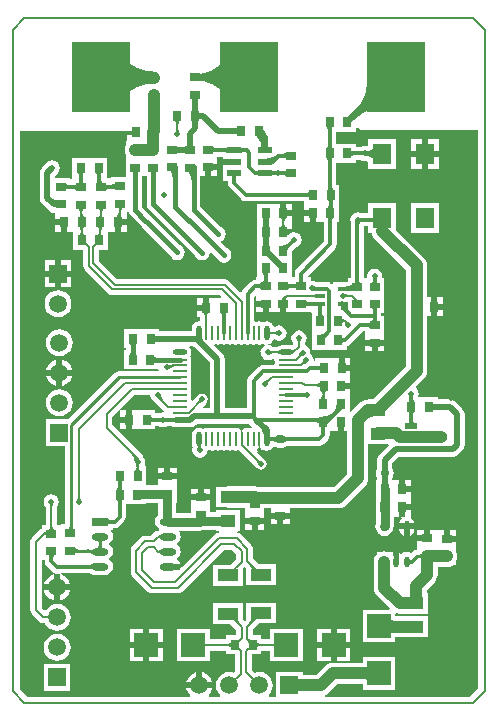
<source format=gtl>
%FSLAX25Y25*%
%MOIN*%
G70*
G01*
G75*
G04 Layer_Physical_Order=1*
G04 Layer_Color=255*
%ADD10C,0.01200*%
%ADD11C,0.00800*%
%ADD12C,0.01500*%
%ADD13C,0.02000*%
%ADD14C,0.04000*%
%ADD15C,0.01000*%
%ADD16R,0.03347X0.02756*%
%ADD17R,0.02756X0.03347*%
%ADD18O,0.05500X0.02500*%
%ADD19R,0.05500X0.02500*%
%ADD20R,0.07874X0.07874*%
%ADD21R,0.07087X0.03937*%
%ADD22R,0.05118X0.03937*%
%ADD23R,0.07874X0.07874*%
%ADD24O,0.01969X0.03543*%
%ADD25O,0.01969X0.03543*%
%ADD26R,0.01969X0.03543*%
%ADD27O,0.04724X0.00984*%
%ADD28R,0.04724X0.01772*%
%ADD29O,0.04724X0.01772*%
%ADD30O,0.00984X0.04724*%
%ADD31O,0.01772X0.04724*%
%ADD32R,0.03937X0.02362*%
%ADD33R,0.04724X0.02362*%
%ADD34R,0.06299X0.07087*%
%ADD35R,0.03347X0.01575*%
%ADD36C,0.03000*%
%ADD37C,0.00500*%
%ADD38R,0.05906X0.05906*%
%ADD39C,0.05906*%
%ADD40R,0.05906X0.05906*%
%ADD41R,0.19685X0.23622*%
%ADD42C,0.02000*%
%ADD43C,0.03000*%
G36*
X216377Y-111143D02*
X217565D01*
X217617Y-111540D01*
X217969Y-112392D01*
X218531Y-113123D01*
X228870Y-123462D01*
Y-135800D01*
Y-155738D01*
X219304Y-165304D01*
X217938Y-166670D01*
X216200D01*
X216200Y-166670D01*
X215731Y-166732D01*
X215341D01*
Y-166783D01*
X215286Y-166790D01*
X214435Y-167143D01*
X213704Y-167704D01*
X210540Y-170868D01*
X210078Y-170676D01*
Y-165373D01*
X210178D01*
Y-163200D01*
X207299D01*
Y-161200D01*
X210178D01*
Y-159373D01*
X210378D01*
Y-157200D01*
X207499D01*
Y-156201D01*
X206500D01*
Y-153027D01*
X204622D01*
D01*
D01*
X204622Y-153027D01*
X204472D01*
Y-153027D01*
X198716D01*
Y-153649D01*
X198246Y-153818D01*
X198149Y-153700D01*
X197955Y-152725D01*
X197402Y-151898D01*
X196895Y-151559D01*
X196996Y-151053D01*
X196802Y-150078D01*
X196249Y-149251D01*
X195422Y-148698D01*
X195137Y-148642D01*
Y-147801D01*
X195555Y-147176D01*
X195749Y-146200D01*
X195555Y-145224D01*
X195002Y-144398D01*
X194176Y-143845D01*
X193200Y-143651D01*
X192225Y-143845D01*
X191398Y-144398D01*
X190845Y-145224D01*
X190651Y-146200D01*
X190845Y-147176D01*
X191263Y-147801D01*
Y-148371D01*
X190876Y-148688D01*
X190376Y-148589D01*
X187424D01*
X186493Y-148774D01*
X186029Y-149084D01*
X184522D01*
X183897Y-148666D01*
X182921Y-148472D01*
X182894Y-148337D01*
X183335Y-148249D01*
X184124Y-147722D01*
X184651Y-146932D01*
X184684Y-146768D01*
X185146Y-146577D01*
X185599Y-146880D01*
X186575Y-147074D01*
X187550Y-146880D01*
X188377Y-146328D01*
X188930Y-145501D01*
X189124Y-144525D01*
X188930Y-143550D01*
X188377Y-142723D01*
X187550Y-142170D01*
X186575Y-141976D01*
X185599Y-142170D01*
X185146Y-142473D01*
X184684Y-142282D01*
X184651Y-142118D01*
X184124Y-141329D01*
X183335Y-140801D01*
X182404Y-140616D01*
X181473Y-140801D01*
X181163Y-141008D01*
X180819Y-140779D01*
X180042Y-140624D01*
X179264Y-140779D01*
X179057Y-140917D01*
X178850Y-140779D01*
X178246Y-140658D01*
Y-136000D01*
Y-132522D01*
X178662Y-132245D01*
X178927Y-132354D01*
Y-133800D01*
X182101D01*
Y-134799D01*
X183100D01*
Y-137678D01*
X184827D01*
Y-137683D01*
X187000D01*
Y-134804D01*
X189000D01*
Y-137683D01*
X191173D01*
Y-137678D01*
X197073D01*
D01*
X197073D01*
X197416Y-138021D01*
Y-143673D01*
X197517D01*
Y-143727D01*
X197517D01*
Y-150073D01*
X203272D01*
Y-150073D01*
X203272D01*
X203272Y-150073D01*
X203422D01*
Y-150073D01*
X209178D01*
Y-148946D01*
X209519Y-148878D01*
X210214Y-148414D01*
X214592Y-144036D01*
X215327D01*
Y-144569D01*
X215327Y-144569D01*
X215327D01*
X215327Y-144772D01*
Y-144922D01*
D01*
D01*
D01*
X215327D01*
D01*
Y-146800D01*
X221673D01*
Y-145126D01*
X221673Y-145126D01*
D01*
D01*
X221673Y-144922D01*
Y-144906D01*
Y-144847D01*
X221673Y-144772D01*
X221673Y-144569D01*
X221673Y-144569D01*
X221673D01*
Y-139016D01*
X220641D01*
Y-138800D01*
Y-137878D01*
X221673D01*
Y-132122D01*
D01*
Y-132122D01*
X221673Y-132122D01*
Y-131972D01*
X221673D01*
Y-126216D01*
X221320D01*
X221003Y-125830D01*
X221049Y-125600D01*
X220855Y-124625D01*
X220302Y-123798D01*
X219476Y-123245D01*
X218500Y-123051D01*
X217525Y-123245D01*
X216698Y-123798D01*
X216145Y-124625D01*
X215951Y-125600D01*
X215997Y-125830D01*
X215680Y-126216D01*
X214741D01*
Y-108941D01*
X216377D01*
Y-111143D01*
D02*
G37*
G36*
X158161Y-149065D02*
X158161D01*
X158161Y-149065D01*
X163451Y-154356D01*
Y-169651D01*
X161342D01*
X161151Y-169189D01*
X162270Y-168070D01*
X162690Y-167441D01*
X162837Y-166700D01*
X162690Y-165959D01*
X162270Y-165330D01*
X161641Y-164910D01*
X160900Y-164763D01*
X160159Y-164910D01*
X159530Y-165330D01*
X157798Y-167063D01*
X157319Y-166918D01*
X157213Y-166386D01*
X157075Y-166179D01*
X157213Y-165972D01*
X157368Y-165194D01*
X157213Y-164417D01*
X157075Y-164210D01*
X157213Y-164003D01*
X157368Y-163226D01*
X157213Y-162449D01*
X157075Y-162242D01*
X157213Y-162035D01*
X157368Y-161258D01*
X157213Y-160480D01*
X157075Y-160273D01*
X157213Y-160066D01*
X157368Y-159289D01*
X157213Y-158512D01*
X157075Y-158305D01*
X157213Y-158098D01*
X157368Y-157320D01*
X157213Y-156543D01*
X157075Y-156336D01*
X157213Y-156129D01*
X157368Y-155352D01*
X157213Y-154575D01*
X157075Y-154368D01*
X157213Y-154161D01*
X157368Y-153383D01*
X157213Y-152606D01*
X156984Y-152262D01*
X157191Y-151952D01*
X157376Y-151021D01*
X157191Y-150090D01*
X156663Y-149301D01*
X156770Y-148949D01*
X158044D01*
X158161Y-149065D01*
D02*
G37*
G36*
X181473Y-148249D02*
X181678Y-148290D01*
X181775Y-148780D01*
X181119Y-149219D01*
X180566Y-150046D01*
X180372Y-151021D01*
X180566Y-151997D01*
X181119Y-152824D01*
X181946Y-153376D01*
X182921Y-153570D01*
X183897Y-153376D01*
X184522Y-152958D01*
X184689D01*
X185006Y-153345D01*
X184999Y-153383D01*
X185153Y-154161D01*
X185292Y-154368D01*
X185153Y-154575D01*
X185033Y-155179D01*
X181280D01*
X180460Y-155342D01*
X179765Y-155807D01*
X176625Y-158947D01*
X176161Y-159641D01*
X175998Y-160461D01*
Y-169651D01*
X168549D01*
Y-153300D01*
X168355Y-152324D01*
X167802Y-151498D01*
X164956Y-148651D01*
X165071Y-148272D01*
X165071Y-148272D01*
X165485Y-148272D01*
D01*
X166262Y-148426D01*
X167040Y-148272D01*
X167246Y-148134D01*
X167453Y-148272D01*
X168231Y-148426D01*
X169008Y-148272D01*
X169215Y-148134D01*
X169422Y-148272D01*
X170199Y-148426D01*
X170976Y-148272D01*
X171183Y-148134D01*
X171390Y-148272D01*
X172168Y-148426D01*
X172945Y-148272D01*
X173152Y-148134D01*
X173359Y-148272D01*
X174136Y-148426D01*
X174914Y-148272D01*
X175120Y-148134D01*
X175327Y-148272D01*
X176105Y-148426D01*
X176882Y-148272D01*
X177089Y-148134D01*
X177296Y-148272D01*
X178073Y-148426D01*
X178850Y-148272D01*
X179057Y-148134D01*
X179264Y-148272D01*
X180042Y-148426D01*
X180819Y-148272D01*
X181163Y-148042D01*
X181473Y-148249D01*
D02*
G37*
G36*
X167738Y-86381D02*
Y-86440D01*
X171601D01*
Y-88440D01*
X167738D01*
Y-90121D01*
Y-93861D01*
X169459D01*
Y-94500D01*
X169622Y-95319D01*
X169622Y-95319D01*
X169622Y-95319D01*
X170086Y-96014D01*
X173986Y-99914D01*
X174681Y-100378D01*
X174681Y-100378D01*
X174681Y-100378D01*
D01*
X174681Y-100378D01*
X174681Y-100378D01*
X175500Y-100541D01*
X195017D01*
Y-101327D01*
X194916D01*
Y-103500D01*
X197795D01*
Y-104499D01*
X198794D01*
Y-107673D01*
X200672D01*
Y-107673D01*
X200672D01*
X200672Y-107673D01*
X200822D01*
Y-107673D01*
X201559D01*
Y-114113D01*
X192386Y-123286D01*
X191922Y-123981D01*
X191759Y-124800D01*
Y-126016D01*
X190878D01*
Y-120273D01*
Y-117250D01*
X192198Y-115930D01*
X192576Y-115855D01*
X193402Y-115302D01*
X193955Y-114476D01*
X194149Y-113500D01*
X193955Y-112524D01*
X193402Y-111698D01*
X192576Y-111145D01*
X191600Y-110951D01*
X191264Y-111018D01*
X190878Y-110701D01*
Y-111094D01*
X190624Y-111145D01*
X189797Y-111697D01*
X189662Y-111900D01*
X187999D01*
Y-109900D01*
X190878D01*
Y-107873D01*
Y-105700D01*
X187999D01*
Y-104701D01*
X187000D01*
Y-101527D01*
X185122D01*
D01*
D01*
X185122Y-101527D01*
X184972D01*
Y-101527D01*
X179217D01*
Y-107873D01*
Y-114073D01*
Y-120273D01*
Y-126016D01*
X178927D01*
Y-126753D01*
X178706D01*
X177886Y-126916D01*
X177191Y-127381D01*
X174591Y-129981D01*
X174127Y-130676D01*
X174118Y-130719D01*
X173640Y-130864D01*
X170006Y-127230D01*
X169378Y-126810D01*
X168636Y-126663D01*
X132702D01*
X126437Y-120398D01*
Y-116773D01*
X129584D01*
Y-110773D01*
X129878Y-110773D01*
D01*
D01*
X130028D01*
Y-110773D01*
X131905D01*
Y-107599D01*
X132905D01*
Y-106600D01*
X135784D01*
Y-104427D01*
D01*
Y-104427D01*
X135927Y-104283D01*
X136442D01*
X136480Y-104478D01*
X136978Y-105222D01*
X140428Y-108672D01*
X140428D01*
X140428Y-108672D01*
X141031Y-109275D01*
X141031D01*
X141031Y-109275D01*
X150324Y-118568D01*
X150345Y-118675D01*
X150898Y-119502D01*
X151725Y-120055D01*
X152700Y-120249D01*
X153675Y-120055D01*
X154502Y-119502D01*
X155055Y-118675D01*
X155249Y-117700D01*
X155055Y-116725D01*
X154502Y-115898D01*
X153675Y-115345D01*
X153568Y-115324D01*
X144275Y-106031D01*
X143672Y-105428D01*
X140894Y-102650D01*
Y-92278D01*
X142406D01*
Y-101500D01*
X142580Y-102378D01*
X143078Y-103122D01*
X143078Y-103122D01*
X143078Y-103122D01*
X158624Y-118668D01*
X158645Y-118775D01*
X159198Y-119602D01*
X160024Y-120155D01*
X161000Y-120349D01*
X161976Y-120155D01*
X162802Y-119602D01*
X163355Y-118775D01*
X163546Y-117814D01*
X164025Y-117669D01*
X165724Y-119368D01*
X165745Y-119475D01*
X166298Y-120302D01*
X167124Y-120855D01*
X168100Y-121049D01*
X169076Y-120855D01*
X169902Y-120302D01*
X170455Y-119475D01*
X170649Y-118500D01*
X170455Y-117525D01*
X169902Y-116698D01*
X169076Y-116145D01*
X168968Y-116124D01*
X167165Y-114320D01*
X167276Y-113955D01*
X168102Y-113402D01*
X168655Y-112575D01*
X168849Y-111600D01*
X168655Y-110625D01*
X168102Y-109798D01*
X167276Y-109245D01*
X167168Y-109224D01*
X160394Y-102450D01*
Y-92178D01*
X161800D01*
Y-89299D01*
X162799D01*
Y-88300D01*
X165973D01*
Y-86422D01*
D01*
Y-86422D01*
X165973Y-86422D01*
Y-86272D01*
D01*
X165973Y-85841D01*
X167738D01*
Y-86381D01*
D02*
G37*
G36*
X213800Y-76900D02*
X253016D01*
Y-262961D01*
X250261Y-265716D01*
X201957D01*
X201859Y-265225D01*
X202265Y-265057D01*
X202996Y-264496D01*
X202996Y-264496D01*
X202996Y-264496D01*
X205962Y-261530D01*
X214463D01*
Y-263437D01*
X225337D01*
Y-252563D01*
X214463D01*
Y-254470D01*
X204500D01*
X203586Y-254590D01*
X202735Y-254943D01*
X202004Y-255504D01*
X199038Y-258470D01*
X194453D01*
Y-257547D01*
X185547D01*
Y-265716D01*
X183250D01*
X183089Y-265242D01*
X183176Y-265176D01*
X183889Y-264246D01*
X184338Y-263162D01*
X184491Y-262000D01*
X184338Y-260838D01*
X183889Y-259754D01*
X183176Y-258824D01*
X182246Y-258110D01*
X181162Y-257662D01*
X180000Y-257509D01*
X178838Y-257662D01*
X178529Y-257790D01*
X177637Y-256898D01*
Y-251673D01*
X180678D01*
Y-250437D01*
X183615D01*
Y-253937D01*
X194489D01*
Y-243063D01*
X183615D01*
Y-246563D01*
X180678D01*
Y-245327D01*
X177887D01*
Y-244900D01*
Y-243252D01*
X179771Y-241369D01*
X185543D01*
Y-234432D01*
X175457D01*
Y-240204D01*
X175105Y-240555D01*
X174643Y-240364D01*
Y-234631D01*
X164557D01*
Y-241568D01*
X170329D01*
X172213Y-243452D01*
Y-245327D01*
X169017D01*
Y-246563D01*
X163485D01*
Y-243063D01*
X152611D01*
Y-253937D01*
X163485D01*
Y-250437D01*
X169017D01*
Y-251673D01*
X171963D01*
Y-257298D01*
X171471Y-257790D01*
X171162Y-257662D01*
X170000Y-257509D01*
X168838Y-257662D01*
X167754Y-258110D01*
X166824Y-258824D01*
X166111Y-259754D01*
X165662Y-260838D01*
X165509Y-262000D01*
X165662Y-263162D01*
X166111Y-264246D01*
X166824Y-265176D01*
X166911Y-265242D01*
X166750Y-265716D01*
X163250D01*
X163089Y-265242D01*
X163176Y-265176D01*
X163890Y-264246D01*
X164338Y-263162D01*
X164359Y-263000D01*
X155640D01*
X155662Y-263162D01*
X156111Y-264246D01*
X156824Y-265176D01*
X156911Y-265242D01*
X156750Y-265716D01*
X102739D01*
X100084Y-263061D01*
Y-77200D01*
X138795D01*
Y-78400D01*
X135916D01*
Y-80573D01*
D01*
Y-80573D01*
X135873Y-80616D01*
X135427D01*
Y-82009D01*
X135190Y-82581D01*
X135070Y-83495D01*
X135190Y-84408D01*
X135427Y-84980D01*
Y-86372D01*
X135427Y-86372D01*
X135427Y-86522D01*
X135427D01*
Y-92278D01*
D01*
Y-92278D01*
X135083Y-92622D01*
X130527D01*
Y-93016D01*
X130473D01*
Y-93016D01*
X129283D01*
Y-92673D01*
X129283D01*
Y-86327D01*
X123528D01*
D01*
D01*
X123528Y-86327D01*
X123378D01*
Y-86327D01*
X117622D01*
Y-92673D01*
X117622D01*
Y-92921D01*
X117427Y-93116D01*
X117427D01*
Y-93116D01*
X117168D01*
X116973Y-92922D01*
Y-92922D01*
X111849D01*
Y-92256D01*
X112802Y-91302D01*
X113355Y-90475D01*
X113549Y-89500D01*
X113355Y-88525D01*
X112802Y-87698D01*
X111976Y-87145D01*
X111000Y-86951D01*
X110024Y-87145D01*
X109198Y-87698D01*
X107498Y-89398D01*
X106945Y-90224D01*
X106751Y-91200D01*
Y-99500D01*
X106945Y-100476D01*
X107498Y-101302D01*
X109703Y-103508D01*
X110530Y-104060D01*
X110627Y-104080D01*
Y-104584D01*
X112016D01*
Y-106600D01*
X114895D01*
Y-107599D01*
X115894D01*
Y-110773D01*
X117772D01*
D01*
X117772D01*
X117922Y-110923D01*
Y-116773D01*
X121234D01*
X121263Y-116802D01*
Y-122200D01*
X121263Y-122200D01*
X121263D01*
X121410Y-122941D01*
X121830Y-123570D01*
X129630Y-131370D01*
X130259Y-131790D01*
X131000Y-131937D01*
X166865D01*
X167393Y-132465D01*
X167201Y-132927D01*
X165222D01*
D01*
D01*
X165222Y-132927D01*
X165072D01*
Y-132927D01*
X163195D01*
Y-136101D01*
X162196D01*
Y-137100D01*
X159317D01*
Y-139273D01*
X160388D01*
Y-140307D01*
X160002Y-140624D01*
X159963Y-140616D01*
X159032Y-140801D01*
X158243Y-141329D01*
X157716Y-142118D01*
X157530Y-143049D01*
Y-143851D01*
X146684D01*
Y-143227D01*
X141131D01*
X141131Y-143227D01*
Y-143227D01*
X140928Y-143227D01*
X140853D01*
X140778D01*
X140574Y-143227D01*
X140574Y-143227D01*
Y-143227D01*
X135022D01*
Y-149573D01*
X135506D01*
Y-150227D01*
X134922D01*
Y-156573D01*
X140678D01*
Y-156573D01*
X140828D01*
X141032Y-156573D01*
X141032Y-156573D01*
Y-156573D01*
X146376D01*
X146590Y-157025D01*
X146405Y-157250D01*
X133311D01*
X132531Y-157405D01*
X131869Y-157847D01*
X116369Y-173347D01*
X108847D01*
Y-182253D01*
X115214D01*
Y-208316D01*
X113827D01*
Y-208517D01*
X112637D01*
Y-202401D01*
X113055Y-201776D01*
X113249Y-200800D01*
X113055Y-199825D01*
X112502Y-198998D01*
X111676Y-198445D01*
X110700Y-198251D01*
X109724Y-198445D01*
X108898Y-198998D01*
X108345Y-199825D01*
X108151Y-200800D01*
X108345Y-201776D01*
X108763Y-202401D01*
Y-208517D01*
X107527D01*
Y-209654D01*
X107380Y-209753D01*
X106973Y-210025D01*
X104267Y-212730D01*
X103847Y-213359D01*
X103700Y-214100D01*
Y-236937D01*
X103847Y-237678D01*
X104267Y-238307D01*
X106630Y-240670D01*
X107259Y-241090D01*
X108000Y-241237D01*
X108583D01*
X108711Y-241546D01*
X109424Y-242476D01*
X110354Y-243190D01*
X111438Y-243638D01*
X112600Y-243791D01*
X113762Y-243638D01*
X114846Y-243190D01*
X115776Y-242476D01*
X116490Y-241546D01*
X116938Y-240462D01*
X117091Y-239300D01*
X116938Y-238138D01*
X116490Y-237054D01*
X115776Y-236124D01*
X114846Y-235410D01*
X113762Y-234962D01*
X112600Y-234809D01*
X111438Y-234962D01*
X110354Y-235410D01*
X109424Y-236124D01*
X108847Y-236876D01*
X108348Y-236909D01*
X107574Y-236135D01*
Y-220178D01*
X108559D01*
Y-220600D01*
X108722Y-221419D01*
X108722Y-221419D01*
X108722Y-221419D01*
X109186Y-222114D01*
X110386Y-223314D01*
X110386Y-223314D01*
X110986Y-223914D01*
X111681Y-224378D01*
X111844Y-224411D01*
X111828Y-224910D01*
X112600Y-224809D01*
X113600Y-224940D01*
Y-228300D01*
X116960D01*
X116938Y-228138D01*
X116490Y-227054D01*
X115776Y-226124D01*
X114846Y-225411D01*
X113931Y-225031D01*
X114028Y-224541D01*
X123673D01*
X124013Y-224802D01*
X124682Y-225079D01*
X125400Y-225174D01*
X128400D01*
X129118Y-225079D01*
X129787Y-224802D01*
X130361Y-224361D01*
X130802Y-223787D01*
X131079Y-223118D01*
X131174Y-222400D01*
X131079Y-221682D01*
X130802Y-221013D01*
X130361Y-220439D01*
X129787Y-219998D01*
Y-219802D01*
X130361Y-219361D01*
X130802Y-218787D01*
X131079Y-218118D01*
X131174Y-217400D01*
X131079Y-216682D01*
X130802Y-216013D01*
X130361Y-215439D01*
X129787Y-214998D01*
Y-214802D01*
X130361Y-214361D01*
X130802Y-213787D01*
X131079Y-213118D01*
X131174Y-212400D01*
X131079Y-211682D01*
X130802Y-211013D01*
X130361Y-210439D01*
X130459Y-210150D01*
X131150D01*
Y-209541D01*
X131800D01*
X132619Y-209378D01*
X133314Y-208914D01*
X133314Y-208914D01*
X133314Y-208914D01*
X134914Y-207314D01*
X135378Y-206619D01*
X135541Y-205800D01*
Y-201673D01*
X136278D01*
Y-201673D01*
X136278D01*
X136278Y-201673D01*
X136428D01*
Y-201673D01*
X142183D01*
Y-201231D01*
X146274D01*
Y-205287D01*
X146077Y-205439D01*
X145636Y-206013D01*
X145359Y-206682D01*
X145264Y-207400D01*
X145359Y-208118D01*
X145636Y-208787D01*
X146077Y-209361D01*
X146453Y-209650D01*
Y-210150D01*
X146077Y-210439D01*
X146001Y-210538D01*
X145636Y-210610D01*
X145007Y-211030D01*
X143975Y-212063D01*
X142054D01*
X141313Y-212210D01*
X140685Y-212630D01*
X137630Y-215685D01*
X137210Y-216313D01*
X137063Y-217054D01*
Y-224146D01*
X137063Y-224146D01*
X137063D01*
X137210Y-224887D01*
X137630Y-225515D01*
X142885Y-230770D01*
X143513Y-231190D01*
X144254Y-231337D01*
X152746D01*
X153487Y-231190D01*
X154115Y-230770D01*
X168148Y-216737D01*
X170898D01*
X172213Y-218052D01*
Y-219952D01*
X170329Y-221836D01*
X164557D01*
Y-228773D01*
X174643D01*
Y-223001D01*
X174995Y-222650D01*
X175457Y-222841D01*
Y-228573D01*
X185543D01*
Y-221636D01*
X179771D01*
X177887Y-219752D01*
Y-216504D01*
X177740Y-215763D01*
X177320Y-215135D01*
X173815Y-211630D01*
X173187Y-211210D01*
X172446Y-211063D01*
Y-210922D01*
X172799Y-210568D01*
X173559D01*
Y-203631D01*
X165441D01*
Y-204148D01*
X163673D01*
Y-202532D01*
X163673Y-202532D01*
D01*
D01*
X163673Y-202328D01*
Y-202312D01*
Y-202253D01*
X163673Y-202178D01*
X163673Y-201974D01*
X163673Y-201974D01*
X163673D01*
Y-200300D01*
X157327D01*
Y-201974D01*
X157327Y-201974D01*
X157327D01*
X157327Y-202178D01*
Y-202328D01*
D01*
D01*
X157327D01*
Y-204374D01*
X152326D01*
Y-201083D01*
X152473D01*
Y-195531D01*
X152473Y-195531D01*
D01*
D01*
X152473Y-195328D01*
Y-195312D01*
Y-195253D01*
X152473Y-195178D01*
X152473Y-194974D01*
X152473Y-194974D01*
X152473D01*
Y-193300D01*
X146127D01*
Y-194826D01*
X146127Y-194826D01*
X146127D01*
X146127Y-195178D01*
X146125Y-195180D01*
X142283D01*
Y-188927D01*
X142104D01*
X141787Y-188540D01*
X141955Y-187700D01*
X141761Y-186724D01*
X141256Y-185970D01*
X141195Y-185664D01*
X140775Y-185036D01*
X131037Y-175298D01*
Y-172402D01*
X133260Y-170179D01*
X133722Y-170371D01*
Y-172500D01*
X135600D01*
Y-170327D01*
X133766D01*
X133575Y-169865D01*
X138276Y-165163D01*
X143621D01*
X143651Y-165200D01*
X143845Y-166175D01*
X144398Y-167002D01*
X145197Y-167536D01*
X148157Y-170496D01*
X148124Y-170558D01*
X147876Y-170928D01*
X147800Y-170913D01*
X146825Y-171107D01*
X146505Y-171321D01*
X145384D01*
Y-170327D01*
X139831D01*
X139831Y-170327D01*
Y-170327D01*
X139628Y-170327D01*
X139553D01*
X139478D01*
X139274Y-170327D01*
X139274Y-170327D01*
Y-170327D01*
X137600D01*
Y-173501D01*
Y-176673D01*
X139478D01*
Y-176673D01*
X139628D01*
X139831Y-176673D01*
X139831Y-176673D01*
Y-176673D01*
X145384D01*
Y-175603D01*
X146505D01*
X146825Y-175817D01*
X147800Y-176011D01*
X148775Y-175817D01*
X149095Y-175603D01*
X150901D01*
X151060Y-175710D01*
X151990Y-175895D01*
X152882D01*
X153467Y-176011D01*
X157038D01*
X158013Y-175817D01*
X158840Y-175265D01*
X158840Y-175265D01*
X158840Y-175265D01*
X159356Y-174749D01*
X176694D01*
X177039Y-175265D01*
X177496Y-175722D01*
X177391Y-176069D01*
X176920Y-176237D01*
X176882Y-176212D01*
X176105Y-176057D01*
X175327Y-176212D01*
X175120Y-176350D01*
X175120Y-176350D01*
X174668Y-176652D01*
X174228Y-177311D01*
X174136Y-177772D01*
X174044Y-177311D01*
X173604Y-176652D01*
X173152Y-176350D01*
X173152Y-176350D01*
X172945Y-176212D01*
X172168Y-176057D01*
X171390Y-176212D01*
X171183Y-176350D01*
X170976Y-176212D01*
X170199Y-176057D01*
X169422Y-176212D01*
X169215Y-176350D01*
X169008Y-176212D01*
X168231Y-176057D01*
X167453Y-176212D01*
X167246Y-176350D01*
X167040Y-176212D01*
X166262Y-176057D01*
X165485Y-176212D01*
X165278Y-176350D01*
X165071Y-176212D01*
X164294Y-176057D01*
X163516Y-176212D01*
X163309Y-176350D01*
X163102Y-176212D01*
X162325Y-176057D01*
X161548Y-176212D01*
X161204Y-176442D01*
X160894Y-176234D01*
X159963Y-176049D01*
X159032Y-176234D01*
X158243Y-176762D01*
X157716Y-177551D01*
X157530Y-178482D01*
Y-181435D01*
X157716Y-182366D01*
X157783Y-182467D01*
X157745Y-182525D01*
X157551Y-183500D01*
X157745Y-184476D01*
X158298Y-185302D01*
X159125Y-185855D01*
X160100Y-186049D01*
X161075Y-185855D01*
X161902Y-185302D01*
X162455Y-184476D01*
X162588Y-183807D01*
X163102Y-183705D01*
X163309Y-183567D01*
X163516Y-183705D01*
X164294Y-183860D01*
X165071Y-183705D01*
X165278Y-183567D01*
X165485Y-183705D01*
X166262Y-183860D01*
X167040Y-183705D01*
X167246Y-183567D01*
X167453Y-183705D01*
X168231Y-183860D01*
X169008Y-183705D01*
X169215Y-183567D01*
X169422Y-183705D01*
X170199Y-183860D01*
X170976Y-183705D01*
X171183Y-183567D01*
X171390Y-183705D01*
X172168Y-183860D01*
X172945Y-183705D01*
X173137Y-183577D01*
X179130Y-189570D01*
X179759Y-189990D01*
X180500Y-190137D01*
X181241Y-189990D01*
X181870Y-189570D01*
X182290Y-188941D01*
X182437Y-188200D01*
X182290Y-187459D01*
X181870Y-186830D01*
X179225Y-184185D01*
X179460Y-183744D01*
X179264Y-183705D01*
X179057Y-183567D01*
X179510Y-183265D01*
X179950Y-182606D01*
X180077Y-181967D01*
X180156Y-182366D01*
X180684Y-183155D01*
X181042Y-183394D01*
Y-183556D01*
X181163Y-183475D01*
X181473Y-183682D01*
X182404Y-183867D01*
X183335Y-183682D01*
X184124Y-183155D01*
X184637Y-182387D01*
X184703Y-182376D01*
X185404Y-182515D01*
X185487Y-182579D01*
X186217Y-182881D01*
X187000Y-182984D01*
X187783Y-182881D01*
X188513Y-182579D01*
X189138Y-182099D01*
X199942D01*
X200761Y-181937D01*
X201456Y-181472D01*
X202814Y-180114D01*
X203278Y-179419D01*
X203441Y-178600D01*
Y-177273D01*
X204172D01*
Y-177273D01*
X204172D01*
X204172Y-177273D01*
X204322D01*
Y-177273D01*
X206200D01*
Y-174099D01*
X208200D01*
Y-177273D01*
X209270D01*
Y-191538D01*
X204912Y-195896D01*
X179629D01*
X179437Y-195816D01*
X178523Y-195696D01*
X169500D01*
X169031Y-195757D01*
X165441D01*
Y-202695D01*
X169031D01*
X169500Y-202756D01*
X175350D01*
Y-204068D01*
X175350Y-204068D01*
X175350D01*
X175350Y-204272D01*
Y-204422D01*
D01*
D01*
D01*
X175350D01*
D01*
Y-206300D01*
X181696D01*
Y-204626D01*
X181696Y-204626D01*
D01*
D01*
X181696Y-204422D01*
Y-204406D01*
Y-204347D01*
X181696Y-204272D01*
X181696Y-204068D01*
X181696Y-204068D01*
X181696D01*
Y-202956D01*
X183827D01*
Y-204400D01*
X190173D01*
Y-202956D01*
X206374D01*
X207288Y-202836D01*
X208139Y-202483D01*
X208870Y-201922D01*
X208870Y-201922D01*
X208870Y-201922D01*
X215296Y-195496D01*
X215857Y-194765D01*
X216210Y-193914D01*
X216330Y-193000D01*
X216330Y-193000D01*
X216330Y-193000D01*
Y-193000D01*
Y-181543D01*
X218931D01*
X219400Y-181604D01*
X219869Y-181543D01*
X222899D01*
X223091Y-182004D01*
X219992Y-185103D01*
X219440Y-185930D01*
X219246Y-186906D01*
Y-189701D01*
X219180Y-189787D01*
X218877Y-190517D01*
X218774Y-191300D01*
X218877Y-192083D01*
X219180Y-192813D01*
X219246Y-192899D01*
Y-193527D01*
X218917D01*
Y-195809D01*
X218872Y-195917D01*
X218769Y-196700D01*
Y-208271D01*
X218674Y-208989D01*
X218777Y-209772D01*
X219079Y-210502D01*
X219560Y-211129D01*
X219674Y-211216D01*
X219909Y-211567D01*
X220731Y-212117D01*
X221700Y-212309D01*
X222669Y-212117D01*
X223491Y-211567D01*
X223726Y-211216D01*
X223840Y-211129D01*
X223934Y-211034D01*
X224415Y-210407D01*
X224717Y-209678D01*
X224820Y-208894D01*
Y-205873D01*
X226606D01*
Y-202699D01*
X227605D01*
Y-201700D01*
X230484D01*
Y-199873D01*
X230578D01*
Y-197700D01*
X227699D01*
Y-196701D01*
X226700D01*
Y-193527D01*
X224822D01*
D01*
D01*
X224822Y-193527D01*
X224672D01*
D01*
X224343Y-193527D01*
Y-192913D01*
X224420Y-192813D01*
X224723Y-192083D01*
X224826Y-191300D01*
X224723Y-190517D01*
X224420Y-189787D01*
X224343Y-189687D01*
Y-187961D01*
X226482Y-185823D01*
X227232D01*
Y-185955D01*
X234169D01*
Y-185823D01*
X244526D01*
X245501Y-185629D01*
X246328Y-185076D01*
X246328Y-185076D01*
X246328Y-185076D01*
X247702Y-183702D01*
X248255Y-182876D01*
X248449Y-181900D01*
X248449Y-181900D01*
X248449Y-181900D01*
Y-181900D01*
Y-171600D01*
X248255Y-170624D01*
X247702Y-169798D01*
X245202Y-167298D01*
X244375Y-166745D01*
X243400Y-166551D01*
X239510D01*
Y-165927D01*
X233754D01*
D01*
D01*
X233754Y-165927D01*
X233604D01*
Y-165927D01*
X233319D01*
X233002Y-165540D01*
X233149Y-164800D01*
X232955Y-163824D01*
X232402Y-162998D01*
X232246Y-162893D01*
X232197Y-162396D01*
X234896Y-159696D01*
X235457Y-158965D01*
X235810Y-158114D01*
X235930Y-157200D01*
X235930Y-157200D01*
X235930Y-157200D01*
Y-157200D01*
Y-138973D01*
X237305D01*
Y-135801D01*
Y-132627D01*
X235930D01*
Y-122000D01*
X235930Y-122000D01*
X235810Y-121086D01*
X235457Y-120235D01*
X234896Y-119504D01*
X225676Y-110284D01*
Y-101057D01*
X216377D01*
Y-104659D01*
X214195D01*
X213876Y-104445D01*
X212900Y-104251D01*
X211925Y-104445D01*
X211098Y-104998D01*
X210545Y-105824D01*
X210351Y-106800D01*
X210459Y-107342D01*
Y-126216D01*
X209427D01*
Y-127453D01*
X204567D01*
Y-128086D01*
X204105Y-128277D01*
X204055Y-128227D01*
X203433Y-127811D01*
Y-127453D01*
X198638D01*
X198476Y-127345D01*
X197500Y-127151D01*
X197460Y-127159D01*
X197073Y-126842D01*
Y-126016D01*
X196365D01*
X196173Y-125555D01*
X205214Y-116514D01*
X205678Y-115819D01*
X205841Y-115000D01*
Y-107673D01*
X206578D01*
Y-101573D01*
X206678D01*
Y-95227D01*
X205536D01*
Y-87873D01*
X206272D01*
X206272Y-87873D01*
Y-87873D01*
X206272D01*
X206422D01*
X206626Y-87873D01*
X206626Y-87873D01*
Y-87873D01*
X212178D01*
Y-86841D01*
X213805D01*
X214124Y-87055D01*
X215100Y-87249D01*
X215991Y-87072D01*
X216377Y-87389D01*
Y-89884D01*
X225676D01*
Y-79797D01*
X216377D01*
Y-82011D01*
X215991Y-82328D01*
X215100Y-82151D01*
X214124Y-82345D01*
X213805Y-82559D01*
X212178D01*
Y-81527D01*
X206626D01*
X206626Y-81527D01*
Y-81527D01*
X206422Y-81527D01*
X206347D01*
X206272D01*
X206068Y-81527D01*
X206068Y-81527D01*
Y-81527D01*
X205536D01*
Y-77473D01*
X206272D01*
Y-77473D01*
X206272D01*
X206272Y-77473D01*
X206422D01*
Y-77473D01*
X212178D01*
Y-76200D01*
X213100D01*
X213800Y-76900D01*
D02*
G37*
G36*
X165441Y-210568D02*
X166534D01*
X166583Y-211066D01*
X165859Y-211210D01*
X165230Y-211630D01*
X154385Y-222476D01*
X153812Y-222400D01*
X153717Y-223118D01*
X153700Y-223161D01*
X153460Y-223400D01*
X149537D01*
Y-221400D01*
X153600D01*
X153440Y-221013D01*
X152999Y-220439D01*
X152425Y-219998D01*
Y-219802D01*
X152999Y-219361D01*
X153440Y-218787D01*
X153717Y-218118D01*
X153812Y-217400D01*
X153717Y-216682D01*
X153440Y-216013D01*
X152999Y-215439D01*
X152425Y-214998D01*
Y-214802D01*
X152999Y-214361D01*
X153440Y-213787D01*
X153717Y-213118D01*
X153812Y-212400D01*
X153717Y-211682D01*
X153440Y-211013D01*
X152999Y-210439D01*
X153004Y-210426D01*
X160274D01*
X161057Y-210323D01*
X161354Y-210200D01*
X165441D01*
Y-210568D01*
D02*
G37*
%LPC*%
G36*
X234900Y-210117D02*
X232727D01*
Y-211995D01*
X234900D01*
Y-210117D01*
D02*
G37*
G36*
X177523Y-208300D02*
X175350D01*
Y-210178D01*
X177523D01*
Y-208300D01*
D02*
G37*
G36*
X231671Y-209989D02*
X230180D01*
Y-212096D01*
X230971Y-211567D01*
X231520Y-210746D01*
X231671Y-209989D01*
D02*
G37*
G36*
X228180D02*
X226690D01*
X226840Y-210746D01*
X227389Y-211567D01*
X228180Y-212096D01*
Y-209989D01*
D02*
G37*
G36*
X245573Y-210222D02*
X243400D01*
Y-212100D01*
X245573D01*
Y-210222D01*
D02*
G37*
G36*
X163673Y-196422D02*
X161500D01*
Y-198300D01*
X163673D01*
Y-196422D01*
D02*
G37*
G36*
X159500D02*
X157327D01*
Y-198300D01*
X159500D01*
Y-196422D01*
D02*
G37*
G36*
X148300Y-189422D02*
X146127D01*
Y-191300D01*
X148300D01*
Y-189422D01*
D02*
G37*
G36*
X230578Y-193527D02*
X228700D01*
Y-195700D01*
X230578D01*
Y-193527D01*
D02*
G37*
G36*
X186000Y-206400D02*
X183827D01*
Y-208278D01*
X186000D01*
Y-206400D01*
D02*
G37*
G36*
X181696Y-208300D02*
X179523D01*
Y-210178D01*
X181696D01*
Y-208300D01*
D02*
G37*
G36*
X230484Y-203700D02*
X228606D01*
Y-205873D01*
X227332D01*
X227477Y-206352D01*
X227389Y-206411D01*
X226840Y-207232D01*
X226690Y-207989D01*
X231671D01*
X231520Y-207232D01*
X230971Y-206411D01*
X230430Y-206049D01*
X230484Y-205873D01*
X230484D01*
X230484Y-205873D01*
Y-203700D01*
D02*
G37*
G36*
X190173Y-206400D02*
X188000D01*
Y-208278D01*
X190173D01*
Y-206400D01*
D02*
G37*
G36*
X239073Y-210117D02*
Y-210117D01*
X236900D01*
Y-212996D01*
X235901D01*
Y-213995D01*
X232727D01*
Y-215872D01*
X232727Y-215872D01*
X232727Y-216022D01*
X232727D01*
Y-216634D01*
X232500Y-216861D01*
X232500D01*
Y-216861D01*
D01*
D01*
D01*
X231720Y-217016D01*
X231058Y-217458D01*
X230566Y-217951D01*
X230150Y-217672D01*
X229180Y-217480D01*
X228211Y-217672D01*
X227389Y-218222D01*
X227231D01*
X226440Y-217693D01*
Y-220801D01*
X225230D01*
Y-220800D01*
X225110Y-219886D01*
X224757Y-219035D01*
X224440Y-218621D01*
Y-217693D01*
X224463Y-217677D01*
X224184Y-217528D01*
Y-217528D01*
X224184Y-217528D01*
X222948D01*
X222614Y-217390D01*
X221700Y-217270D01*
X220786Y-217390D01*
X220452Y-217528D01*
X219216D01*
Y-218295D01*
X219204Y-218304D01*
X218643Y-219035D01*
X218290Y-219886D01*
X218170Y-220800D01*
Y-229500D01*
X218170Y-229500D01*
X218170D01*
X218290Y-230414D01*
X218643Y-231265D01*
X219204Y-231996D01*
X223561Y-236353D01*
X223369Y-236815D01*
X214463D01*
Y-247689D01*
X225337D01*
Y-246030D01*
X232200D01*
X232669Y-245969D01*
X236259D01*
Y-239032D01*
X232669D01*
X232200Y-238970D01*
X225337D01*
Y-238248D01*
X225753Y-237970D01*
X225912Y-238036D01*
X226826Y-238156D01*
X232200D01*
X232669Y-238094D01*
X236259D01*
Y-231157D01*
X235730D01*
Y-230262D01*
X238396Y-227596D01*
X238957Y-226865D01*
X239310Y-226014D01*
X239430Y-225100D01*
Y-222430D01*
X241599D01*
X242400Y-222536D01*
X243314Y-222415D01*
X244165Y-222063D01*
X244399Y-221884D01*
X245573D01*
Y-220491D01*
X245810Y-219919D01*
X245930Y-219005D01*
X245810Y-218092D01*
X245573Y-217520D01*
Y-216128D01*
D01*
Y-216128D01*
X245573Y-216128D01*
Y-215978D01*
X245573D01*
Y-214100D01*
X242399D01*
Y-213101D01*
X241400D01*
Y-210222D01*
X239227D01*
Y-210222D01*
X239179D01*
X239073Y-210117D01*
D02*
G37*
G36*
X147737Y-249500D02*
X143300D01*
Y-253937D01*
X147737D01*
Y-249500D01*
D02*
G37*
G36*
X203800D02*
X199363D01*
Y-253937D01*
X203800D01*
Y-249500D01*
D02*
G37*
G36*
X210237D02*
X205800D01*
Y-253937D01*
X210237D01*
Y-249500D01*
D02*
G37*
G36*
X141300D02*
X136863D01*
Y-253937D01*
X141300D01*
Y-249500D01*
D02*
G37*
G36*
X117053Y-254847D02*
X108147D01*
Y-263753D01*
X117053D01*
Y-254847D01*
D02*
G37*
G36*
X159000Y-257641D02*
X158838Y-257662D01*
X157754Y-258110D01*
X156824Y-258824D01*
X156111Y-259754D01*
X155662Y-260838D01*
X155640Y-261000D01*
X159000D01*
Y-257641D01*
D02*
G37*
G36*
X161000D02*
Y-261000D01*
X164359D01*
X164338Y-260838D01*
X163890Y-259754D01*
X163176Y-258824D01*
X162246Y-258110D01*
X161162Y-257662D01*
X161000Y-257641D01*
D02*
G37*
G36*
X112600Y-244809D02*
X111438Y-244962D01*
X110354Y-245410D01*
X109424Y-246124D01*
X108711Y-247054D01*
X108262Y-248138D01*
X108109Y-249300D01*
X108262Y-250462D01*
X108711Y-251546D01*
X109424Y-252476D01*
X110354Y-253189D01*
X111438Y-253638D01*
X112600Y-253791D01*
X113762Y-253638D01*
X114846Y-253189D01*
X115776Y-252476D01*
X116490Y-251546D01*
X116938Y-250462D01*
X117091Y-249300D01*
X116938Y-248138D01*
X116490Y-247054D01*
X115776Y-246124D01*
X114846Y-245410D01*
X113762Y-244962D01*
X112600Y-244809D01*
D02*
G37*
G36*
X111600Y-230300D02*
X108240D01*
X108262Y-230462D01*
X108711Y-231546D01*
X109424Y-232476D01*
X110354Y-233190D01*
X111438Y-233638D01*
X111600Y-233660D01*
Y-230300D01*
D02*
G37*
G36*
X116960D02*
X113600D01*
Y-233660D01*
X113762Y-233638D01*
X114846Y-233190D01*
X115776Y-232476D01*
X116490Y-231546D01*
X116938Y-230462D01*
X116960Y-230300D01*
D02*
G37*
G36*
X111600Y-224940D02*
X111438Y-224962D01*
X110354Y-225411D01*
X109424Y-226124D01*
X108711Y-227054D01*
X108262Y-228138D01*
X108240Y-228300D01*
X111600D01*
Y-224940D01*
D02*
G37*
G36*
X210237Y-243063D02*
X205800D01*
Y-247500D01*
X210237D01*
Y-243063D01*
D02*
G37*
G36*
X141300D02*
X136863D01*
Y-247500D01*
X141300D01*
Y-243063D01*
D02*
G37*
G36*
X147737D02*
X143300D01*
Y-247500D01*
X147737D01*
Y-243063D01*
D02*
G37*
G36*
X203800D02*
X199363D01*
Y-247500D01*
X203800D01*
Y-243063D01*
D02*
G37*
G36*
X117353Y-120347D02*
X113900D01*
Y-123800D01*
X117353D01*
Y-120347D01*
D02*
G37*
G36*
X239850Y-101057D02*
X230550D01*
Y-111143D01*
X239850D01*
Y-101057D01*
D02*
G37*
G36*
X113894Y-108600D02*
X112016D01*
Y-110773D01*
X113894D01*
Y-108600D01*
D02*
G37*
G36*
X111900Y-120347D02*
X108447D01*
Y-123800D01*
X111900D01*
Y-120347D01*
D02*
G37*
G36*
X241183Y-132627D02*
X239305D01*
Y-134800D01*
X241183D01*
Y-132627D01*
D02*
G37*
G36*
X111900Y-125800D02*
X108447D01*
Y-129253D01*
X111900D01*
Y-125800D01*
D02*
G37*
G36*
X117353D02*
X113900D01*
Y-129253D01*
X117353D01*
Y-125800D01*
D02*
G37*
G36*
X135784Y-108600D02*
X133905D01*
Y-110773D01*
X135784D01*
Y-108600D01*
D02*
G37*
G36*
X239850Y-85840D02*
X236200D01*
Y-89884D01*
X239850D01*
Y-85840D01*
D02*
G37*
G36*
X234200Y-79797D02*
X230550D01*
Y-83840D01*
X234200D01*
Y-79797D01*
D02*
G37*
G36*
X239850D02*
X236200D01*
Y-83840D01*
X239850D01*
Y-79797D01*
D02*
G37*
G36*
X234200Y-85840D02*
X230550D01*
Y-89884D01*
X234200D01*
Y-85840D01*
D02*
G37*
G36*
X196794Y-105500D02*
X194916D01*
Y-107673D01*
X196794D01*
Y-105500D01*
D02*
G37*
G36*
X190878Y-101527D02*
X189000D01*
Y-103700D01*
X190878D01*
Y-101527D01*
D02*
G37*
G36*
X165973Y-90300D02*
X163800D01*
Y-92178D01*
X165973D01*
Y-90300D01*
D02*
G37*
G36*
X117659Y-158800D02*
X114300D01*
Y-162160D01*
X114462Y-162138D01*
X115546Y-161689D01*
X116476Y-160976D01*
X117190Y-160046D01*
X117638Y-158962D01*
X117659Y-158800D01*
D02*
G37*
G36*
X112300Y-153440D02*
X112138Y-153462D01*
X111054Y-153911D01*
X110124Y-154624D01*
X109411Y-155554D01*
X108962Y-156638D01*
X108940Y-156800D01*
X112300D01*
Y-153440D01*
D02*
G37*
G36*
X114300D02*
Y-156800D01*
X117659D01*
X117638Y-156638D01*
X117190Y-155554D01*
X116476Y-154624D01*
X115546Y-153911D01*
X114462Y-153462D01*
X114300Y-153440D01*
D02*
G37*
G36*
X112300Y-158800D02*
X108940D01*
X108962Y-158962D01*
X109411Y-160046D01*
X110124Y-160976D01*
X111054Y-161689D01*
X112138Y-162138D01*
X112300Y-162160D01*
Y-158800D01*
D02*
G37*
G36*
X152473Y-189422D02*
X150300D01*
Y-191300D01*
X152473D01*
Y-189422D01*
D02*
G37*
G36*
X135600Y-174500D02*
X133722D01*
Y-176673D01*
X135600D01*
Y-174500D01*
D02*
G37*
G36*
X113300Y-163309D02*
X112138Y-163462D01*
X111054Y-163910D01*
X110124Y-164624D01*
X109411Y-165554D01*
X108962Y-166638D01*
X108809Y-167800D01*
X108962Y-168962D01*
X109411Y-170046D01*
X110124Y-170976D01*
X111054Y-171689D01*
X112138Y-172138D01*
X113300Y-172291D01*
X114462Y-172138D01*
X115546Y-171689D01*
X116476Y-170976D01*
X117190Y-170046D01*
X117638Y-168962D01*
X117791Y-167800D01*
X117638Y-166638D01*
X117190Y-165554D01*
X116476Y-164624D01*
X115546Y-163910D01*
X114462Y-163462D01*
X113300Y-163309D01*
D02*
G37*
G36*
X210378Y-153027D02*
X208500D01*
Y-155200D01*
X210378D01*
Y-153027D01*
D02*
G37*
G36*
X241183Y-136800D02*
X239305D01*
Y-138973D01*
X241183D01*
Y-136800D01*
D02*
G37*
G36*
X181100Y-135800D02*
X178927D01*
Y-137678D01*
X181100D01*
Y-135800D01*
D02*
G37*
G36*
X161195Y-132927D02*
X159317D01*
Y-135100D01*
X161195D01*
Y-132927D01*
D02*
G37*
G36*
X112900Y-130309D02*
X111738Y-130462D01*
X110654Y-130911D01*
X109724Y-131624D01*
X109011Y-132554D01*
X108562Y-133638D01*
X108409Y-134800D01*
X108562Y-135962D01*
X109011Y-137046D01*
X109724Y-137976D01*
X110654Y-138689D01*
X111738Y-139138D01*
X112900Y-139291D01*
X114062Y-139138D01*
X115146Y-138689D01*
X116076Y-137976D01*
X116789Y-137046D01*
X117238Y-135962D01*
X117391Y-134800D01*
X117238Y-133638D01*
X116789Y-132554D01*
X116076Y-131624D01*
X115146Y-130911D01*
X114062Y-130462D01*
X112900Y-130309D01*
D02*
G37*
G36*
X113300Y-143309D02*
X112138Y-143462D01*
X111054Y-143911D01*
X110124Y-144624D01*
X109411Y-145554D01*
X108962Y-146638D01*
X108809Y-147800D01*
X108962Y-148962D01*
X109411Y-150046D01*
X110124Y-150976D01*
X111054Y-151690D01*
X112138Y-152138D01*
X113300Y-152291D01*
X114462Y-152138D01*
X115546Y-151690D01*
X116476Y-150976D01*
X117190Y-150046D01*
X117638Y-148962D01*
X117791Y-147800D01*
X117638Y-146638D01*
X117190Y-145554D01*
X116476Y-144624D01*
X115546Y-143911D01*
X114462Y-143462D01*
X113300Y-143309D01*
D02*
G37*
G36*
X217500Y-148800D02*
X215327D01*
Y-150678D01*
X217500D01*
Y-148800D01*
D02*
G37*
G36*
X221673D02*
X219500D01*
Y-150678D01*
X221673D01*
Y-148800D01*
D02*
G37*
%LPD*%
D10*
X208808Y-134904D02*
G03*
X209616Y-137817I2980J-741D01*
G01*
X207643Y-134615D02*
G03*
X208116Y-136316I1740J-433D01*
G01*
X208674Y-135040D02*
G03*
X207740Y-136257I325J-1217D01*
G01*
X215210Y-84700D02*
G03*
X219224Y-83037I0J5677D01*
G01*
X219108Y-86519D02*
G03*
X215100Y-84700I-4008J-3506D01*
G01*
X220011Y-85729D02*
G03*
X217744Y-84700I-2267J-1983D01*
G01*
X169016Y-83700D02*
G03*
X170008Y-83289I0J1403D01*
G01*
Y-84111D02*
G03*
X169016Y-83700I-992J-992D01*
G01*
X174184D02*
G03*
X173192Y-84111I0J-1403D01*
G01*
Y-83289D02*
G03*
X174184Y-83700I992J992D01*
G01*
X171600Y-92583D02*
G03*
X171189Y-91591I-1403J0D01*
G01*
X172011D02*
G03*
X171600Y-92583I992J-992D01*
G01*
X179446Y-91100D02*
G03*
X180244Y-90769I0J1129D01*
G01*
Y-91591D02*
G03*
X179058Y-91100I-1186J-1186D01*
G01*
X184614D02*
G03*
X183428Y-91591I0J-1677D01*
G01*
Y-90769D02*
G03*
X184226Y-91100I798J798D01*
G01*
X184420Y-87440D02*
G03*
X183428Y-87851I0J-1403D01*
G01*
Y-87029D02*
G03*
X184420Y-87440I992J992D01*
G01*
X183033Y-86859D02*
G03*
X186705Y-85395I132J5005D01*
G01*
X183001Y-88059D02*
G03*
X184731Y-87369I62J2358D01*
G01*
X200260Y-138243D02*
G03*
X200845Y-139655I1996J0D01*
G01*
X199744D02*
G03*
X200260Y-138410I-1244J1244D01*
G01*
X195931Y-134859D02*
G03*
X194745Y-135350I0J-1677D01*
G01*
Y-134250D02*
G03*
X196216Y-134859I1471J1471D01*
G01*
X193900Y-127016D02*
G03*
X194450Y-128344I1878J0D01*
G01*
X193350D02*
G03*
X193900Y-127016I-1328J1328D01*
G01*
X191713Y-128900D02*
G03*
X193055Y-128344I0J1897D01*
G01*
X193055Y-129445D02*
G03*
X191740Y-128900I-1315J-1315D01*
G01*
X182095Y-125173D02*
G03*
X181544Y-123845I-1878J0D01*
G01*
X182645D02*
G03*
X182095Y-125173I1328J-1328D01*
G01*
X218500Y-136878D02*
G03*
X217950Y-135550I-1878J0D01*
G01*
X219050D02*
G03*
X218500Y-136878I1328J-1328D01*
G01*
Y-127216D02*
G03*
X219050Y-128544I1878J0D01*
G01*
X217950D02*
G03*
X218500Y-127216I-1328J1328D01*
G01*
Y-140016D02*
G03*
X219050Y-141344I1878J0D01*
G01*
X217950D02*
G03*
X218500Y-140016I-1328J1328D01*
G01*
X216327Y-141894D02*
G03*
X217655Y-141344I0J1878D01*
G01*
Y-142445D02*
G03*
X216327Y-141894I-1328J-1328D01*
G01*
X118896Y-95800D02*
G03*
X119755Y-95444I0J1214D01*
G01*
Y-96545D02*
G03*
X117957Y-95800I-1798J-1798D01*
G01*
X120500Y-93875D02*
G03*
X121150Y-95444I2220J0D01*
G01*
X120050D02*
G03*
X120500Y-94358I-1087J1087D01*
G01*
Y-91673D02*
G03*
X119950Y-90345I-1878J0D01*
G01*
X121050D02*
G03*
X120500Y-91673I1328J-1328D01*
G01*
X126406D02*
G03*
X125855Y-90345I-1878J0D01*
G01*
X126956D02*
G03*
X126406Y-91673I1328J-1328D01*
G01*
Y-92570D02*
G03*
X127555Y-95344I3924J0D01*
G01*
X129473Y-95894D02*
G03*
X128145Y-96445I0J-1878D01*
G01*
Y-95344D02*
G03*
X129473Y-95894I1328J1328D01*
G01*
X130574D02*
G03*
X132855Y-94950I0J3225D01*
G01*
X189119Y-115981D02*
G03*
X188778Y-116805I824J-824D01*
G01*
X188000Y-116027D02*
G03*
X189832Y-115268I0J2591D01*
G01*
X203800Y-100573D02*
G03*
X203250Y-99245I-1878J0D01*
G01*
X204350D02*
G03*
X203800Y-100573I1328J-1328D01*
G01*
X203395Y-95248D02*
G03*
X204350Y-97555I3263J0D01*
G01*
X196016Y-98400D02*
G03*
X197344Y-97850I0J1878D01*
G01*
Y-98950D02*
G03*
X196016Y-98400I-1328J-1328D01*
G01*
X211178Y-84700D02*
G03*
X209850Y-85250I0J-1878D01*
G01*
Y-84150D02*
G03*
X211178Y-84700I1328J1328D01*
G01*
X203395Y-82527D02*
G03*
X203945Y-83855I1878J0D01*
G01*
X202844D02*
G03*
X203395Y-82527I-1328J1328D01*
G01*
Y-86873D02*
G03*
X202844Y-85545I-1878J0D01*
G01*
X203945D02*
G03*
X203395Y-86873I1328J-1328D01*
G01*
X115973Y-95800D02*
G03*
X114645Y-96350I0J-1878D01*
G01*
Y-95250D02*
G03*
X115973Y-95800I1328J1328D01*
G01*
X212600Y-127216D02*
G03*
X213150Y-128544I1878J0D01*
G01*
X212050D02*
G03*
X212600Y-127216I-1328J1328D01*
G01*
X208866Y-129741D02*
G03*
X211755Y-128544I0J4085D01*
G01*
X179927Y-128894D02*
G03*
X181255Y-128344I0J1878D01*
G01*
Y-129445D02*
G03*
X179927Y-128894I-1328J-1328D01*
G01*
X182095Y-127003D02*
G03*
X182650Y-128344I1897J0D01*
G01*
X181550Y-128344D02*
G03*
X182095Y-127030I-1315J1315D01*
G01*
X190173Y-128900D02*
G03*
X188845Y-129450I0J-1878D01*
G01*
Y-128350D02*
G03*
X190173Y-128900I1328J1328D01*
G01*
X208178Y-146900D02*
G03*
X206850Y-147450I0J-1878D01*
G01*
Y-146350D02*
G03*
X208178Y-146900I1328J1328D01*
G01*
X201514Y-145781D02*
G03*
X201172Y-146605I824J-824D01*
G01*
X200395Y-145827D02*
G03*
X202227Y-145068I0J2591D01*
G01*
X203800Y-102568D02*
G03*
X204250Y-103655I1537J0D01*
G01*
X203150D02*
G03*
X203800Y-102085I-1570J1570D01*
G01*
X203700Y-106673D02*
G03*
X203150Y-105345I-1878J0D01*
G01*
X204250D02*
G03*
X203700Y-106673I1328J-1328D01*
G01*
X230726Y-174060D02*
G03*
X231111Y-174989I1314J0D01*
G01*
X230289D02*
G03*
X230726Y-173934I-1055J1055D01*
G01*
X201294Y-173027D02*
G03*
X205296Y-171369I0J5659D01*
G01*
X201294Y-174227D02*
G03*
X203248Y-173418I0J2762D01*
G01*
X201300Y-176287D02*
G03*
X200744Y-174945I-1897J0D01*
G01*
X201845Y-174945D02*
G03*
X201300Y-176260I1315J-1315D01*
G01*
X200744Y-174355D02*
G03*
X198589Y-173462I-2155J-2155D01*
G01*
X199716Y-156200D02*
G03*
X201044Y-155650I0J1878D01*
G01*
Y-156750D02*
G03*
X199716Y-156200I-1328J-1328D01*
G01*
X144475Y-173462D02*
G03*
X143056Y-174050I0J-2007D01*
G01*
Y-172950D02*
G03*
X144292Y-173462I1237J1237D01*
G01*
X188327Y-85395D02*
G03*
X189655Y-84844I0J1878D01*
G01*
Y-85945D02*
G03*
X188327Y-85395I-1328J-1328D01*
G01*
X188809Y-91100D02*
G03*
X189655Y-90750I0J1195D01*
G01*
Y-91850D02*
G03*
X187844Y-91100I-1811J-1811D01*
G01*
X205115Y-171550D02*
G03*
X206422Y-168395I-3155J3155D01*
G01*
X168231Y-138589D02*
G03*
X167550Y-136945I-2324J0D01*
G01*
X168650Y-136945D02*
G03*
X168231Y-137958I1013J-1013D01*
G01*
X203395Y-76473D02*
G03*
X202844Y-75145I-1878J0D01*
G01*
X203945D02*
G03*
X203395Y-76473I1328J-1328D01*
G01*
X110700Y-219178D02*
G03*
X110150Y-217850I-1878J0D01*
G01*
X111250D02*
G03*
X110700Y-219178I1328J-1328D01*
G01*
X133500Y-194273D02*
G03*
X132950Y-192945I-1878J0D01*
G01*
X134050D02*
G03*
X133500Y-194273I1328J-1328D01*
G01*
X133400Y-200673D02*
G03*
X132850Y-199345I-1878J0D01*
G01*
X133950D02*
G03*
X133400Y-200673I1328J-1328D01*
G01*
X133500Y-196568D02*
G03*
X133950Y-197655I1537J0D01*
G01*
X132850D02*
G03*
X133500Y-196085I-1570J1570D01*
G01*
X129969Y-207400D02*
G03*
X128860Y-207860I0J-1569D01*
G01*
Y-206940D02*
G03*
X129969Y-207400I1110J1110D01*
G01*
X123831Y-222400D02*
G03*
X124940Y-221940I0J1569D01*
G01*
Y-222860D02*
G03*
X123831Y-222400I-1110J-1110D01*
G01*
X230726Y-166927D02*
G03*
X231276Y-168255I1878J0D01*
G01*
X230176D02*
G03*
X230726Y-166927I-1328J1328D01*
G01*
Y-171273D02*
G03*
X230176Y-169945I-1878J0D01*
G01*
X231276D02*
G03*
X230726Y-171273I1328J-1328D01*
G01*
X163645Y-82844D02*
G03*
X165711Y-83700I2066J2066D01*
G01*
X213183Y-107083D02*
G03*
X212600Y-108490I1407J-1407D01*
G01*
X197783Y-129417D02*
G03*
X198565Y-129741I782J782D01*
G01*
X230726Y-166070D02*
G03*
X230317Y-165083I-1396J0D01*
G01*
X189173Y-179958D02*
G03*
X187636Y-180595I0J-2173D01*
G01*
Y-179322D02*
G03*
X189173Y-179958I1536J1536D01*
G01*
X184827D02*
G03*
X186364Y-179322I0J2173D01*
G01*
Y-180595D02*
G03*
X184827Y-179958I-1536J-1536D01*
G01*
X187000D02*
X199942D01*
X182404D02*
X187000D01*
X230700Y-175400D02*
X230726Y-175374D01*
X230600Y-164800D02*
X230726Y-164926D01*
Y-169100D02*
Y-164926D01*
X201294Y-174100D02*
X202565D01*
X207200Y-169465D01*
Y-168100D01*
X178139Y-172761D02*
Y-160461D01*
X177579Y-172200D02*
X178139Y-172761D01*
X178841Y-173462D01*
X178139Y-160461D02*
X181280Y-157320D01*
X188900D01*
X178841Y-173462D02*
X188900D01*
X147800D02*
X153467D01*
X142543D02*
X147800D01*
X168100Y-136100D02*
X168231Y-136231D01*
Y-144525D02*
Y-136231D01*
X142506Y-173500D02*
X142543Y-173462D01*
X201294Y-174100D02*
X201300Y-174106D01*
Y-178600D02*
Y-174106D01*
X199942Y-179958D02*
X201300Y-178600D01*
X195780Y-157320D02*
X196900Y-156200D01*
X201594D01*
X188900Y-157320D02*
X195780D01*
X200657Y-173462D02*
X201294Y-174100D01*
X188900Y-173462D02*
X200657D01*
X230726Y-175374D02*
Y-169100D01*
X110700Y-220600D02*
X112500Y-222400D01*
X126900D01*
X110700Y-220600D02*
X111900Y-221800D01*
X110700Y-220600D02*
Y-217300D01*
X131800Y-207400D02*
X133400Y-205800D01*
X126900Y-207400D02*
X131800D01*
X133400Y-205800D02*
Y-198500D01*
X133500Y-198400D01*
Y-192100D01*
X198000Y-99106D02*
X198195Y-99300D01*
X182095Y-128889D02*
Y-123000D01*
Y-128889D02*
X182100Y-128894D01*
X178706D02*
X182100D01*
X176105Y-144525D02*
Y-136000D01*
Y-131495D01*
X178706Y-128894D01*
X188000Y-128900D02*
X193895D01*
X193900Y-128894D01*
X200260Y-140465D02*
Y-134859D01*
Y-140465D02*
X200294Y-140500D01*
X193959Y-134859D02*
X200260D01*
X193900Y-134800D02*
X193959Y-134859D01*
X211953Y-129741D02*
X212600Y-129095D01*
X207740Y-129741D02*
X211953D01*
X206300Y-146900D02*
X208700D01*
X213705Y-141894D01*
X218500D01*
X207740Y-135940D02*
Y-134859D01*
Y-135940D02*
X210600Y-138800D01*
X218500Y-141894D02*
Y-138800D01*
Y-135000D01*
X210600Y-138800D02*
X218500D01*
X200395Y-146900D02*
X203300Y-143994D01*
Y-130500D01*
X202541Y-129741D02*
X203300Y-130500D01*
X200260Y-129741D02*
X202541D01*
X188000Y-117100D02*
X191600Y-113500D01*
X197541Y-129741D02*
X200260D01*
X197500Y-129700D02*
X197541Y-129741D01*
X126406Y-95000D02*
Y-89500D01*
Y-95000D02*
X127300Y-95894D01*
X133306D01*
X133700Y-95500D01*
X113800Y-95800D02*
X120405D01*
X120500Y-95894D02*
X120600Y-95995D01*
X120405Y-95800D02*
X120500Y-95894D01*
Y-89500D01*
X188900Y-165194D02*
X195794D01*
X195800Y-165200D01*
X171600Y-94500D02*
Y-91180D01*
X175500Y-98400D02*
X197895D01*
X171600Y-94500D02*
X175500Y-98400D01*
X203395Y-84700D02*
Y-74300D01*
Y-97995D02*
Y-84700D01*
Y-97995D02*
X203800Y-98400D01*
Y-104400D02*
Y-98400D01*
X203700Y-104500D02*
X203800Y-104400D01*
X203700Y-115000D02*
Y-104500D01*
X193900Y-128894D02*
Y-124800D01*
X203700Y-115000D01*
X171294Y-83394D02*
X171600Y-83700D01*
X162800Y-83394D02*
X163105Y-83700D01*
X171600D01*
X181836Y-87440D02*
X184660D01*
X186706Y-85395D02*
X190500D01*
X184660Y-87440D02*
X186706Y-85395D01*
X175800Y-83700D02*
X176700Y-84600D01*
X181756Y-91100D02*
X181836Y-91180D01*
X176700Y-89200D02*
X178600Y-91100D01*
X181756D01*
X171600Y-83700D02*
X175800D01*
X176700Y-89200D02*
Y-84600D01*
X181836Y-91180D02*
X181916Y-91100D01*
X190300D02*
X190500Y-91300D01*
X181916Y-91100D02*
X186200D01*
X190300D01*
X220887Y-84700D02*
X221027Y-84840D01*
X209300Y-84700D02*
X215100D01*
X220887D01*
X218500Y-129095D02*
Y-125600D01*
X212600Y-107100D02*
X212900Y-106800D01*
X212600Y-129095D02*
Y-107100D01*
X212900Y-106800D02*
X220327D01*
X221027Y-106100D01*
D11*
X198439Y-132300D02*
G03*
X199100Y-132026I0J935D01*
G01*
Y-132574D02*
G03*
X198439Y-132300I-661J-661D01*
G01*
X208400Y-140500D02*
G03*
X206926Y-141155I0J-1985D01*
G01*
Y-139845D02*
G03*
X208400Y-140500I1474J1330D01*
G01*
X188000Y-108244D02*
G03*
X188691Y-109913I2361J0D01*
G01*
X187309D02*
G03*
X188000Y-108244I-1670J1670D01*
G01*
X120600Y-104261D02*
G03*
X119908Y-102592I-2361J0D01*
G01*
X121291D02*
G03*
X120600Y-104261I1670J-1670D01*
G01*
X127300Y-104161D02*
G03*
X126609Y-102491I-2361J0D01*
G01*
X127991D02*
G03*
X127300Y-104161I1670J-1670D01*
G01*
X133700Y-103767D02*
G03*
X133009Y-102097I-2361J0D01*
G01*
X134391D02*
G03*
X133700Y-103767I1670J-1670D01*
G01*
X212128Y-134976D02*
G03*
X211292Y-132492I-2920J399D01*
G01*
X188000Y-107356D02*
G03*
X187309Y-105687I-2361J0D01*
G01*
X188691D02*
G03*
X188000Y-107356I1670J-1670D01*
G01*
X189000Y-132300D02*
G03*
X188993Y-134120I914J-914D01*
G01*
X188430Y-132870D02*
G03*
X188422Y-134681I909J-909D01*
G01*
X187859Y-133441D02*
G03*
X187852Y-135242I904J-904D01*
G01*
X188000Y-133300D02*
G03*
X188398Y-133912I670J0D01*
G01*
X187602D02*
G03*
X188000Y-133300I-272J612D01*
G01*
X120800Y-110256D02*
G03*
X120108Y-108587I-2361J0D01*
G01*
X121492D02*
G03*
X120800Y-110256I1670J-1670D01*
G01*
X120600Y-104461D02*
G03*
X121492Y-106613I3044J0D01*
G01*
X120108Y-106613D02*
G03*
X120600Y-105427I-1187J1187D01*
G01*
X201395Y-164856D02*
G03*
X200703Y-163187I-2361J0D01*
G01*
X202086D02*
G03*
X201395Y-164856I1670J-1670D01*
G01*
X198803Y-162000D02*
G03*
X200703Y-161213I0J2686D01*
G01*
X200703Y-162596D02*
G03*
X199264Y-162000I-1439J-1439D01*
G01*
X201395Y-165685D02*
G03*
X201986Y-167113I2020J0D01*
G01*
X200603Y-167113D02*
G03*
X201395Y-165202I-1911J1911D01*
G01*
X162325Y-139072D02*
G03*
X161503Y-137087I-2807J0D01*
G01*
X162886Y-137087D02*
G03*
X162325Y-138441I1354J-1354D01*
G01*
X151573Y-155441D02*
G03*
X150324Y-155776I-334J-1251D01*
G01*
X151597Y-155444D02*
G03*
X149991Y-156109I0J-2271D01*
G01*
X191379Y-151021D02*
G03*
X190758Y-151322I0J-791D01*
G01*
Y-150720D02*
G03*
X191379Y-151021I621J490D01*
G01*
X186251D02*
G03*
X187080Y-150678I0J1173D01*
G01*
Y-151365D02*
G03*
X186251Y-151021I-829J-829D01*
G01*
X183577Y-144525D02*
G03*
X182747Y-144869I0J-1173D01*
G01*
Y-144182D02*
G03*
X183577Y-144525I829J829D01*
G01*
X159963Y-182607D02*
G03*
X159619Y-181778I-1173J0D01*
G01*
X160307D02*
G03*
X159963Y-182607I829J-829D01*
G01*
X132214Y-106613D02*
G03*
X133700Y-103026I-3588J3588D01*
G01*
X132780Y-107179D02*
G03*
X133700Y-104957I-2222J2222D01*
G01*
X127000Y-110256D02*
G03*
X126309Y-108587I-2361J0D01*
G01*
X127691D02*
G03*
X127000Y-110256I1670J-1670D01*
G01*
X127300Y-105668D02*
G03*
X127691Y-106613I1337J0D01*
G01*
X126309Y-106613D02*
G03*
X127300Y-104219I-2394J2394D01*
G01*
X127000Y-111655D02*
G03*
X127397Y-112613I1355J0D01*
G01*
X126014Y-112613D02*
G03*
X127000Y-110233I-2380J2380D01*
G01*
X120800Y-110944D02*
G03*
X121492Y-112613I2361J0D01*
G01*
X120108D02*
G03*
X120800Y-110944I-1670J1670D01*
G01*
X152694Y-74856D02*
G03*
X152003Y-73187I-2361J0D01*
G01*
X153386D02*
G03*
X152694Y-74856I1670J-1670D01*
G01*
X180161Y-248500D02*
G03*
X178491Y-249191I0J-2361D01*
G01*
Y-247809D02*
G03*
X180161Y-248500I1670J1670D01*
G01*
X176098Y-246798D02*
G03*
X177601Y-247247I1168J1168D01*
G01*
X176822Y-248205D02*
G03*
X176339Y-247039I-1648J0D01*
G01*
X169534Y-248500D02*
G03*
X171203Y-247809I0J2361D01*
G01*
Y-249191D02*
G03*
X169534Y-248500I-1670J-1670D01*
G01*
X108343Y-211395D02*
G03*
X109648Y-210776I0J1685D01*
G01*
Y-212013D02*
G03*
X108343Y-211395I-1305J-1066D01*
G01*
X110700Y-209033D02*
G03*
X111391Y-210703I2361J0D01*
G01*
X110009D02*
G03*
X110700Y-209033I-1670J1670D01*
G01*
X176737Y-241663D02*
G03*
X177452Y-238437I-2173J2173D01*
G01*
X177625Y-240775D02*
G03*
X178203Y-238163I-1760J1760D01*
G01*
X178512Y-239888D02*
G03*
X178955Y-237889I-1346J1346D01*
G01*
X178157Y-225101D02*
G03*
X176520Y-221125I-5588J25D01*
G01*
X178957Y-225105D02*
G03*
X177877Y-222482I-3686J17D01*
G01*
X172648Y-238637D02*
G03*
X173363Y-241863I2887J-1053D01*
G01*
X171897Y-238363D02*
G03*
X172475Y-240975I2338J-852D01*
G01*
X171145Y-238089D02*
G03*
X171588Y-240088I1789J-652D01*
G01*
X139406Y-189444D02*
G03*
X140097Y-191113I2361J0D01*
G01*
X138714D02*
G03*
X139406Y-189444I-1670J1670D01*
G01*
X146377Y-217400D02*
G03*
X147348Y-216903I0J1197D01*
G01*
Y-217897D02*
G03*
X146377Y-217400I-971J-700D01*
G01*
Y-212400D02*
G03*
X147348Y-211903I0J1197D01*
G01*
Y-212897D02*
G03*
X146377Y-212400I-971J-700D01*
G01*
X152694Y-76846D02*
G03*
X153119Y-77870I1448J0D01*
G01*
X152270D02*
G03*
X152694Y-76846I-1024J1024D01*
G01*
X208676Y-140776D02*
G03*
X209700Y-141200I1024J1024D01*
G01*
X209100Y-141800D02*
G03*
X208676Y-140776I-1448J0D01*
G01*
X209248Y-132100D02*
G03*
X208224Y-132524I0J-1448D01*
G01*
Y-131676D02*
G03*
X209248Y-132100I1024J1024D01*
G01*
X179476Y-187176D02*
G03*
X180500Y-187600I1024J1024D01*
G01*
X179900Y-188200D02*
G03*
X179476Y-187176I-1448J0D01*
G01*
X119900Y-199352D02*
G03*
X120324Y-200376I1448J0D01*
G01*
X119476D02*
G03*
X119900Y-199352I-1024J1024D01*
G01*
X110700Y-202249D02*
G03*
X110276Y-201224I-1448J0D01*
G01*
X111124D02*
G03*
X110700Y-202249I1024J-1024D01*
G01*
X139406Y-189148D02*
G03*
X138981Y-188124I-1448J0D01*
G01*
X139830D02*
G03*
X139406Y-189148I1024J-1024D01*
G01*
Y-186406D02*
G03*
X139793Y-187242I1096J0D01*
G01*
X139018D02*
G03*
X139406Y-186406I-709J837D01*
G01*
X138805Y-187700D02*
G03*
X137466Y-184466I-4574J0D01*
G01*
X139605Y-187700D02*
G03*
X138832Y-185832I-2642J0D01*
G01*
X159963Y-181721D02*
G03*
X160524Y-183076I1916J0D01*
G01*
X159676Y-183076D02*
G03*
X159963Y-182382I-693J693D01*
G01*
X146800Y-165200D02*
G03*
X147649Y-167248I2897J0D01*
G01*
X159876Y-167724D02*
G03*
X160300Y-166700I-1024J1024D01*
G01*
X160900Y-167300D02*
G03*
X159876Y-167724I0J-1448D01*
G01*
X182924Y-160476D02*
G03*
X182500Y-161500I1024J-1024D01*
G01*
X181900Y-160900D02*
G03*
X182924Y-160476I0J1448D01*
G01*
X149424Y-155495D02*
G03*
X150748Y-155352I573J894D01*
G01*
X193422Y-152077D02*
G03*
X193847Y-151053I-1024J1024D01*
G01*
X194447Y-151653D02*
G03*
X193422Y-152077I0J-1448D01*
G01*
X193200Y-147649D02*
G03*
X192776Y-146624I-1448J0D01*
G01*
X193624D02*
G03*
X193200Y-147649I1024J-1024D01*
G01*
X194576Y-154724D02*
G03*
X195000Y-153700I-1024J1024D01*
G01*
X195600Y-154300D02*
G03*
X194576Y-154724I0J-1448D01*
G01*
X184370Y-151021D02*
G03*
X183345Y-151445I0J-1448D01*
G01*
Y-150597D02*
G03*
X184370Y-151021I1024J1024D01*
G01*
X185126Y-144525D02*
G03*
X186151Y-144101I0J1448D01*
G01*
Y-144949D02*
G03*
X185126Y-144525I-1024J-1024D01*
G01*
X182404D02*
X186575D01*
X182900Y-151000D02*
X182921Y-151021D01*
X188900D01*
X193948Y-155352D02*
X195600Y-153700D01*
X188900Y-155352D02*
X193948D01*
X191379Y-151021D02*
X193200Y-149200D01*
Y-146200D01*
X188900Y-151021D02*
X191379D01*
X192117Y-153383D02*
X194447Y-151053D01*
X188900Y-153383D02*
X192117D01*
X149100Y-156000D02*
X150100D01*
X150748Y-155352D01*
X153467D01*
X181900Y-161500D02*
X184111Y-159289D01*
X188900D01*
X156500Y-171100D02*
X160900Y-166700D01*
X153467Y-171100D02*
X156500D01*
X153467D02*
X155900D01*
X146200Y-165800D02*
Y-165200D01*
Y-165800D02*
X149531Y-169132D01*
X153467D01*
X159963Y-183363D02*
X160100Y-183500D01*
X159963Y-183363D02*
Y-179958D01*
X139406Y-187700D02*
Y-186406D01*
Y-192100D02*
Y-187700D01*
X129100Y-176100D02*
X139406Y-186406D01*
X129100Y-176100D02*
Y-171600D01*
X137474Y-163226D01*
X153467D01*
X108000Y-239300D02*
X112600D01*
X105637Y-236937D02*
X108000Y-239300D01*
X105637Y-236937D02*
Y-214100D01*
X108343Y-211395D01*
X110700D01*
Y-200800D01*
X119900D02*
Y-176500D01*
X135143Y-161258D01*
X153467D01*
X123200Y-122200D02*
X131000Y-130000D01*
X123200Y-122200D02*
Y-116000D01*
X120800Y-113600D02*
X123200Y-116000D01*
X124500Y-121200D02*
X131900Y-128600D01*
X124500Y-121200D02*
Y-115805D01*
X126706Y-113600D01*
X127000Y-113305D01*
X201195Y-162000D02*
X201395Y-162200D01*
X195100Y-162000D02*
X201195D01*
X194358Y-161258D02*
X195100Y-162000D01*
X188900Y-161258D02*
X194358D01*
X201294Y-168100D02*
X201395Y-168000D01*
Y-162200D01*
X171700Y-214800D02*
X174150Y-217250D01*
Y-220755D02*
Y-217250D01*
X172446Y-213000D02*
X175950Y-216504D01*
Y-220555D02*
Y-216504D01*
Y-220555D02*
X180500Y-225105D01*
X169600Y-225305D02*
X174150Y-220755D01*
X166600Y-213000D02*
X172446D01*
X140800Y-223400D02*
Y-217800D01*
X167346Y-214800D02*
X171700D01*
X144254Y-229400D02*
X152746D01*
X139000Y-224146D02*
X144254Y-229400D01*
X139000Y-224146D02*
Y-217054D01*
X142054Y-214000D02*
X144777D01*
X152746Y-229400D02*
X167346Y-214800D01*
X152000Y-227600D02*
X166600Y-213000D01*
X145000Y-227600D02*
X152000D01*
X140800Y-223400D02*
X145000Y-227600D01*
X139000Y-217054D02*
X142054Y-214000D01*
X140800Y-217800D02*
X142800Y-215800D01*
X144777Y-214000D02*
X146377Y-212400D01*
X149538D01*
X142800Y-215800D02*
X144777D01*
X146377Y-217400D01*
X149538D01*
X177800Y-248500D02*
X189052D01*
X158048D02*
X171895D01*
X175950Y-244900D02*
Y-242450D01*
X174150Y-246245D02*
Y-242650D01*
X171895Y-248500D02*
X174150Y-246245D01*
X175950Y-246200D02*
Y-244900D01*
Y-246650D02*
Y-244900D01*
Y-246650D02*
X177800Y-248500D01*
X169600Y-238100D02*
X174150Y-242650D01*
X175950Y-242450D02*
X180500Y-237900D01*
X171895Y-248500D02*
X173900Y-250505D01*
X175700Y-250600D02*
X177800Y-248500D01*
X173900Y-258100D02*
Y-250505D01*
X175700Y-257700D02*
Y-250600D01*
Y-257700D02*
X180000Y-262000D01*
X170000D02*
X173900Y-258100D01*
X174136Y-181836D02*
Y-179958D01*
Y-181836D02*
X180500Y-188200D01*
X162325Y-144525D02*
Y-136231D01*
X162195Y-136100D02*
X162325Y-136231D01*
X120800Y-113500D02*
Y-107600D01*
X131000Y-130000D02*
X167668D01*
X172168Y-144525D02*
Y-134500D01*
X167668Y-130000D02*
X172168Y-134500D01*
X131900Y-128600D02*
X168636D01*
X174136Y-144525D02*
Y-134100D01*
X168636Y-128600D02*
X174136Y-134100D01*
X120600Y-107400D02*
Y-101900D01*
Y-107400D02*
X120800Y-107600D01*
X127000Y-113305D02*
Y-109000D01*
Y-107600D01*
Y-109000D02*
X127300Y-108700D01*
Y-101800D01*
X189000Y-132300D02*
X200260D01*
X188000Y-133300D02*
X189000Y-132300D01*
X188000Y-134806D02*
Y-133300D01*
X212600Y-135000D02*
Y-133800D01*
X210900Y-132100D02*
X212600Y-133800D01*
X207800Y-132100D02*
X210900D01*
X206200Y-140500D02*
X208400D01*
X209700Y-141800D01*
X188000Y-110900D02*
Y-104700D01*
X133700Y-106806D02*
Y-101406D01*
X132905Y-107600D02*
X133700Y-106806D01*
X152694Y-78294D02*
Y-72200D01*
Y-78294D02*
X152700Y-78300D01*
D12*
X158100Y-93342D02*
G03*
X156651Y-89844I-4946J0D01*
G01*
X151800Y-92276D02*
G03*
X150751Y-89744I-3581J0D01*
G01*
X144700Y-90916D02*
G03*
X144256Y-89844I-1516J0D01*
G01*
X145144D02*
G03*
X144700Y-90916I1072J-1072D01*
G01*
X181482Y-78876D02*
G03*
X179905Y-78223I-1576J-1576D01*
G01*
X181836Y-83772D02*
G03*
X179462Y-78039I-8108J0D01*
G01*
X181836Y-80151D02*
G03*
X180522Y-76979I-4487J0D01*
G01*
X138600Y-90916D02*
G03*
X138156Y-89844I-1516J0D01*
G01*
X139044D02*
G03*
X138600Y-90916I1072J-1072D01*
G01*
X138344Y-147139D02*
G03*
X137800Y-148453I1313J-1313D01*
G01*
X145262Y-153383D02*
G03*
X144149Y-153844I0J-1573D01*
G01*
Y-152956D02*
G03*
X145181Y-153383I1032J1032D01*
G01*
X137800Y-151589D02*
G03*
X138244Y-152661I1516J0D01*
G01*
X137356D02*
G03*
X137800Y-151589I-1072J1072D01*
G01*
X144700Y-101500D02*
X161000Y-117800D01*
X137800Y-146500D02*
X137900Y-146400D01*
X137800Y-153400D02*
Y-146500D01*
X143705Y-153400D02*
X143722Y-153383D01*
X153467D01*
X144700Y-101500D02*
Y-89400D01*
X138600Y-103600D02*
Y-89400D01*
X142653Y-107653D02*
X152700Y-117700D01*
X142050Y-107050D02*
X142653Y-107653D01*
X138600Y-103600D02*
X142050Y-107050D01*
X158100Y-103400D02*
Y-89200D01*
Y-103400D02*
X166300Y-111600D01*
X160300Y-110700D02*
X161150Y-111550D01*
X168100Y-118500D01*
X151800Y-89200D02*
X152050Y-89450D01*
Y-102450D02*
X161150Y-111550D01*
X151800Y-102200D02*
Y-89200D01*
Y-102200D02*
X152050Y-102450D01*
X179905Y-77300D02*
X181836Y-79231D01*
Y-83700D02*
Y-79231D01*
D13*
X186841Y-121847D02*
G03*
X188000Y-122327I1159J1159D01*
G01*
X183244Y-118249D02*
G03*
X182095Y-117773I-1149J-1149D01*
G01*
X110300Y-100500D02*
G03*
X113409Y-101340I2286J2286D01*
G01*
X182518Y-178482D02*
G03*
X181569Y-176190I-3241J0D01*
G01*
X159849Y-146002D02*
G03*
X160660Y-147960I2770J0D01*
G01*
X209300Y-73627D02*
G03*
X210449Y-73151I0J1625D01*
G01*
X212987Y-70613D02*
G03*
X216858Y-61269I-9345J9345D01*
G01*
X216401Y-67199D02*
G03*
X218858Y-61269I-5931J5931D01*
G01*
X224907Y-68065D02*
G03*
X210539Y-73061I-2023J-17343D01*
G01*
X225139Y-66078D02*
G03*
X213461Y-70139I-1644J-14095D01*
G01*
X225371Y-64092D02*
G03*
X216383Y-67217I-1265J-10848D01*
G01*
X158701Y-59300D02*
G03*
X169453Y-53958I0J13493D01*
G01*
X162727Y-59300D02*
G03*
X171047Y-55166I0J10441D01*
G01*
X169453Y-64642D02*
G03*
X158701Y-59300I-10752J-8151D01*
G01*
X171047Y-63434D02*
G03*
X162727Y-59300I-8320J-6307D01*
G01*
X221795Y-196700D02*
Y-186906D01*
X244526Y-183274D02*
X245900Y-181900D01*
X230700Y-183274D02*
X244526D01*
X236631Y-169100D02*
X243400D01*
X245900Y-181900D02*
Y-171600D01*
X243400Y-169100D02*
X245900Y-171600D01*
X221795Y-186906D02*
X225426Y-183274D01*
X230700D01*
X159100Y-146400D02*
X159963Y-147263D01*
X143806Y-146400D02*
X159100D01*
X166000Y-172200D02*
Y-153300D01*
X159963Y-147263D02*
X166000Y-153300D01*
X159963Y-147263D02*
Y-144525D01*
X157038Y-173462D02*
X158300Y-172200D01*
X166000D01*
X177579D01*
X178841Y-173462D02*
X182404Y-177025D01*
Y-179958D02*
Y-177025D01*
X153467Y-173462D02*
X157038D01*
X182095Y-117100D02*
Y-110900D01*
Y-104700D01*
Y-117100D02*
X187995Y-123000D01*
X188000D01*
X111505Y-101706D02*
X113800D01*
X109300Y-99500D02*
X111505Y-101706D01*
X109300Y-99500D02*
Y-91200D01*
X111000Y-89500D01*
X158700Y-59300D02*
X176500D01*
X158600Y-59200D02*
X158700Y-59300D01*
X158600Y-72200D02*
Y-65105D01*
X150900Y-83394D02*
X156700D01*
X156800Y-83495D01*
Y-78100D01*
X158600Y-76300D02*
Y-72200D01*
X156800Y-78100D02*
X158600Y-76300D01*
X224300Y-59300D02*
X225700D01*
X209300Y-74300D02*
X224300Y-59300D01*
X166300Y-77300D02*
X174000D01*
X158600Y-72200D02*
X161200D01*
X166300Y-77300D01*
D14*
X218810Y-170168D02*
G03*
X214409Y-171991I0J-6224D01*
G01*
X223977Y-242500D02*
G03*
X221270Y-243622I0J-3830D01*
G01*
X221270Y-240882D02*
G03*
X225175Y-242500I3906J3906D01*
G01*
X215224Y-258000D02*
G03*
X218530Y-256630I0J4676D01*
G01*
Y-259370D02*
G03*
X215224Y-258000I-3307J-3307D01*
G01*
X144799Y-59395D02*
G03*
X133107Y-64572I0J-15793D01*
G01*
X133200Y-54134D02*
G03*
X144799Y-59395I11599J10156D01*
G01*
X219400Y-178074D02*
X219474Y-178000D01*
X225400D01*
X226737Y-179337D01*
X240543D01*
X206374Y-199426D02*
X212800Y-193000D01*
X178523Y-199426D02*
X206374D01*
X169500Y-199226D02*
X178523D01*
X212800Y-193000D02*
Y-173600D01*
X216200Y-170200D01*
X219400D01*
X242295Y-218900D02*
X242400Y-219005D01*
X235900Y-218900D02*
X242295D01*
X221700Y-229500D02*
X226826Y-234626D01*
X232200D01*
X221700Y-229500D02*
Y-220800D01*
X232200Y-228800D02*
X235900Y-225100D01*
Y-218900D01*
X232200Y-234626D02*
Y-228800D01*
X219900Y-242252D02*
X220148Y-242500D01*
X232200D01*
X200500Y-262000D02*
X204500Y-258000D01*
X219900D01*
X190000Y-262000D02*
X200500D01*
X219400Y-170200D02*
X221800Y-167800D01*
X232400Y-157200D01*
X127394Y-59395D02*
X144800D01*
X127300Y-59300D02*
X127394Y-59395D01*
X144800Y-77300D02*
Y-65300D01*
X144700Y-77400D02*
X144800Y-77300D01*
X144700Y-83495D02*
Y-77400D01*
X138600Y-83495D02*
X144700D01*
X232400Y-157200D02*
Y-135800D01*
Y-122000D01*
X221027Y-110627D02*
X232400Y-122000D01*
D15*
X233485Y-218900D02*
G03*
X234984Y-218279I0J2120D01*
G01*
Y-219521D02*
G03*
X233485Y-218900I-1499J-1499D01*
G01*
X230349Y-220800D02*
G03*
X229523Y-221142I0J-1169D01*
G01*
Y-220458D02*
G03*
X230349Y-220800I827J827D01*
G01*
X119415Y-217100D02*
G03*
X117916Y-217721I0J-2120D01*
G01*
Y-216479D02*
G03*
X119415Y-217100I1499J1499D01*
G01*
X117253Y-208972D02*
G03*
X117916Y-210574I2265J0D01*
G01*
X116674Y-210574D02*
G03*
X117253Y-209178I-1396J1396D01*
G01*
X126900Y-215589D02*
G03*
X127430Y-216870I1811J0D01*
G01*
X126370D02*
G03*
X126900Y-215589I-1280J1280D01*
G01*
X124870Y-217930D02*
G03*
X122865Y-217100I-2005J-2005D01*
G01*
X126900Y-214211D02*
G03*
X126370Y-212930I-1811J0D01*
G01*
X127430D02*
G03*
X126900Y-214211I1280J-1280D01*
G01*
X117000Y-211194D02*
X117253Y-210942D01*
Y-175347D01*
X133311Y-159289D01*
X153467D01*
X126600Y-217100D02*
X126900Y-216800D01*
Y-212400D01*
X126600Y-217100D02*
X126900Y-217400D01*
X117000Y-217100D02*
X126600D01*
X230600Y-220800D02*
X232500Y-218900D01*
X235900D01*
X229180Y-220800D02*
X230600D01*
D16*
X162800Y-89300D02*
D03*
Y-83394D02*
D03*
X178523Y-207300D02*
D03*
Y-201395D02*
D03*
X160500Y-199300D02*
D03*
Y-205205D02*
D03*
X149300Y-192300D02*
D03*
Y-198205D02*
D03*
X117000Y-211194D02*
D03*
Y-217100D02*
D03*
X110700Y-211395D02*
D03*
Y-217300D02*
D03*
X187000Y-205400D02*
D03*
Y-199495D02*
D03*
X235900Y-218900D02*
D03*
Y-212995D02*
D03*
X242400Y-213100D02*
D03*
Y-219005D02*
D03*
X138600Y-83495D02*
D03*
Y-89400D02*
D03*
X190500Y-91300D02*
D03*
Y-85395D02*
D03*
X144800Y-59395D02*
D03*
Y-65300D02*
D03*
X188000Y-134806D02*
D03*
Y-128900D02*
D03*
X158600Y-65105D02*
D03*
Y-59200D02*
D03*
X182100Y-128894D02*
D03*
Y-134800D02*
D03*
X212600Y-129095D02*
D03*
Y-135000D02*
D03*
X113800Y-101706D02*
D03*
Y-95800D02*
D03*
X133700Y-101406D02*
D03*
Y-95500D02*
D03*
X127300Y-95894D02*
D03*
Y-101800D02*
D03*
X120600Y-95995D02*
D03*
Y-101900D02*
D03*
X218500Y-141894D02*
D03*
Y-147800D02*
D03*
Y-129095D02*
D03*
Y-135000D02*
D03*
X193900Y-128894D02*
D03*
Y-134800D02*
D03*
X144700Y-83495D02*
D03*
Y-89400D02*
D03*
X150900Y-83394D02*
D03*
Y-89300D02*
D03*
X156800Y-83495D02*
D03*
Y-89400D02*
D03*
D17*
X137800Y-153400D02*
D03*
X143705D02*
D03*
X137900Y-146400D02*
D03*
X143806D02*
D03*
X230726Y-169100D02*
D03*
X236631D02*
D03*
X139305Y-198500D02*
D03*
X133400D02*
D03*
X139406Y-192100D02*
D03*
X133500D02*
D03*
X171895Y-248500D02*
D03*
X177800D02*
D03*
X221700Y-202700D02*
D03*
X227606D02*
D03*
X227700Y-196700D02*
D03*
X221795D02*
D03*
X158600Y-72200D02*
D03*
X152694D02*
D03*
X209300Y-74300D02*
D03*
X203395D02*
D03*
X120800Y-113600D02*
D03*
X126706D02*
D03*
X127000Y-107600D02*
D03*
X132905D02*
D03*
X162195Y-136100D02*
D03*
X168100D02*
D03*
X201294Y-168100D02*
D03*
X207200D02*
D03*
X207300Y-162200D02*
D03*
X201395D02*
D03*
X136600Y-173500D02*
D03*
X142506D02*
D03*
X207500Y-156200D02*
D03*
X201594D02*
D03*
X207200Y-174100D02*
D03*
X201294D02*
D03*
X197794Y-104500D02*
D03*
X203700D02*
D03*
X200395Y-146900D02*
D03*
X206300D02*
D03*
X138795Y-77400D02*
D03*
X144700D02*
D03*
X114894Y-107600D02*
D03*
X120800D02*
D03*
X238305Y-135800D02*
D03*
X232400D02*
D03*
X179905Y-77300D02*
D03*
X174000D02*
D03*
X182095Y-104700D02*
D03*
X188000D02*
D03*
X203395Y-84700D02*
D03*
X209300D02*
D03*
X197895Y-98400D02*
D03*
X203800D02*
D03*
X182095Y-117100D02*
D03*
X188000D02*
D03*
X126406Y-89500D02*
D03*
X120500D02*
D03*
X182095Y-110900D02*
D03*
X188000D02*
D03*
X182095Y-123000D02*
D03*
X188000D02*
D03*
X200294Y-140500D02*
D03*
X206200D02*
D03*
D18*
X126900Y-212400D02*
D03*
X149538D02*
D03*
X126900Y-222400D02*
D03*
Y-217400D02*
D03*
X149538Y-222400D02*
D03*
Y-207400D02*
D03*
Y-217400D02*
D03*
D19*
X126900Y-207400D02*
D03*
D20*
X142300Y-248500D02*
D03*
X158048D02*
D03*
X204800D02*
D03*
X189052D02*
D03*
D21*
X169600Y-225305D02*
D03*
Y-238100D02*
D03*
X180500Y-225105D02*
D03*
Y-237900D02*
D03*
D22*
X169500Y-199226D02*
D03*
Y-207100D02*
D03*
X232200Y-242500D02*
D03*
Y-234626D02*
D03*
X219400Y-178074D02*
D03*
Y-170200D02*
D03*
D23*
X219900Y-258000D02*
D03*
Y-242252D02*
D03*
D24*
X229180Y-220800D02*
D03*
X225440D02*
D03*
X229180Y-208989D02*
D03*
D25*
X221700D02*
D03*
D26*
Y-220800D02*
D03*
D27*
X188900Y-157320D02*
D03*
X153467Y-169132D02*
D03*
X153467Y-159289D02*
D03*
Y-165194D02*
D03*
Y-167163D02*
D03*
Y-163226D02*
D03*
Y-153383D02*
D03*
X188900Y-167163D02*
D03*
Y-161258D02*
D03*
X153467Y-171100D02*
D03*
X188900D02*
D03*
X153467Y-155352D02*
D03*
Y-157320D02*
D03*
Y-161258D02*
D03*
X188900Y-169132D02*
D03*
Y-163226D02*
D03*
Y-153383D02*
D03*
Y-159289D02*
D03*
Y-165194D02*
D03*
Y-155352D02*
D03*
D28*
Y-173462D02*
D03*
D29*
X153467D02*
D03*
Y-151021D02*
D03*
X188900D02*
D03*
D30*
X162325Y-144525D02*
D03*
X180042D02*
D03*
Y-179958D02*
D03*
X178073D02*
D03*
X176105D02*
D03*
X174136D02*
D03*
X172168D02*
D03*
X168231D02*
D03*
X166262D02*
D03*
X164294D02*
D03*
X166262Y-144525D02*
D03*
X178073D02*
D03*
X162325Y-179958D02*
D03*
X170199D02*
D03*
X164294Y-144525D02*
D03*
X172168D02*
D03*
X170199D02*
D03*
X174136D02*
D03*
X168231D02*
D03*
X176105D02*
D03*
D31*
X159963D02*
D03*
X182404Y-179958D02*
D03*
X159963D02*
D03*
X182404Y-144525D02*
D03*
D32*
X230700Y-183274D02*
D03*
X240543Y-179337D02*
D03*
X230700Y-175400D02*
D03*
D33*
X181836Y-83700D02*
D03*
Y-87440D02*
D03*
Y-91180D02*
D03*
X171600D02*
D03*
Y-87440D02*
D03*
Y-83700D02*
D03*
D34*
X221027Y-106100D02*
D03*
Y-84840D02*
D03*
X235200Y-106100D02*
D03*
Y-84840D02*
D03*
D35*
X200260Y-129741D02*
D03*
Y-132300D02*
D03*
Y-134859D02*
D03*
X207740D02*
D03*
Y-129741D02*
D03*
D36*
X221795Y-208894D02*
Y-196700D01*
X139305Y-198500D02*
X139600Y-198205D01*
X149300D01*
Y-207162D02*
X149538Y-207400D01*
X149300Y-207162D02*
Y-198205D01*
X169426Y-207174D02*
X169500Y-207100D01*
X160500Y-207174D02*
X169426D01*
X160274Y-207400D02*
X160500Y-207174D01*
X149538Y-207400D02*
X160274D01*
X221700Y-208989D02*
X221795Y-208894D01*
D37*
X251306Y-267900D02*
X255243Y-263963D01*
Y-43490D01*
X251306Y-39553D02*
X255243Y-43490D01*
X101700Y-39553D02*
X133800D01*
X133196D02*
X184000D01*
X182409D02*
X233600D01*
X231621D02*
X251306D01*
X97763Y-43490D02*
X101700Y-39553D01*
X97763Y-263963D02*
Y-43490D01*
Y-263963D02*
X101700Y-267900D01*
X251306D01*
X101700D02*
X251306D01*
X97763Y-263963D02*
X101700Y-267900D01*
X97763Y-263963D02*
Y-43490D01*
X101700Y-39553D01*
X231621D02*
X251306D01*
X182409D02*
X233600D01*
X133196D02*
X184000D01*
X101700D02*
X133800D01*
X251306D02*
X255243Y-43490D01*
Y-263963D02*
Y-43490D01*
X251306Y-267900D02*
X255243Y-263963D01*
D38*
X112900Y-124800D02*
D03*
X113300Y-177800D02*
D03*
X112600Y-259300D02*
D03*
D39*
X112900Y-134800D02*
D03*
X160000Y-262000D02*
D03*
X170000D02*
D03*
X180000D02*
D03*
X113300Y-147800D02*
D03*
Y-157800D02*
D03*
Y-167800D02*
D03*
X112600Y-249300D02*
D03*
Y-239300D02*
D03*
Y-229300D02*
D03*
D40*
X190000Y-262000D02*
D03*
D41*
X127300Y-59300D02*
D03*
X176500D02*
D03*
X225700D02*
D03*
D42*
X111000Y-89500D02*
D03*
X186575Y-144525D02*
D03*
X182921Y-151021D02*
D03*
X195600Y-153700D02*
D03*
X193200Y-146200D02*
D03*
X194447Y-151053D02*
D03*
X152700Y-117700D02*
D03*
X161000Y-117800D02*
D03*
X168100Y-118500D02*
D03*
X166300Y-111600D02*
D03*
X119500Y-124300D02*
D03*
X149100Y-156000D02*
D03*
X155600Y-216000D02*
D03*
X151600Y-182500D02*
D03*
X142000Y-182400D02*
D03*
X132600Y-173000D02*
D03*
X181900Y-161500D02*
D03*
X160900Y-166700D02*
D03*
X230600Y-164800D02*
D03*
X147800Y-173462D02*
D03*
X146200Y-165200D02*
D03*
X160100Y-183500D02*
D03*
X139406Y-187700D02*
D03*
X110700Y-200800D02*
D03*
X119900D02*
D03*
X194200Y-205900D02*
D03*
X202900D02*
D03*
X211900Y-206100D02*
D03*
X183500Y-215600D02*
D03*
X193200D02*
D03*
X202300Y-215800D02*
D03*
X211500Y-211800D02*
D03*
X212400Y-219700D02*
D03*
X211900Y-225400D02*
D03*
X201200Y-232300D02*
D03*
X192900Y-235100D02*
D03*
X191700Y-226300D02*
D03*
X198600Y-222800D02*
D03*
X207400Y-231300D02*
D03*
X207700Y-236000D02*
D03*
X142700Y-236900D02*
D03*
X152000D02*
D03*
X160100Y-229400D02*
D03*
X134500Y-232900D02*
D03*
X134300Y-224900D02*
D03*
X135200Y-215500D02*
D03*
X138600Y-210200D02*
D03*
X137300Y-264100D02*
D03*
X146100Y-259300D02*
D03*
X236700Y-255100D02*
D03*
X232000Y-262000D02*
D03*
X243800Y-243500D02*
D03*
X240200Y-231400D02*
D03*
X242400Y-205100D02*
D03*
X232400Y-195500D02*
D03*
X173200Y-154300D02*
D03*
X172400Y-161200D02*
D03*
X161100Y-158000D02*
D03*
X179700Y-151200D02*
D03*
X199900Y-186000D02*
D03*
X180500Y-188200D02*
D03*
X207400Y-185600D02*
D03*
X194300Y-185900D02*
D03*
X126600Y-153100D02*
D03*
X130600Y-155701D02*
D03*
X148200Y-141500D02*
D03*
X112200Y-114400D02*
D03*
X120400Y-129100D02*
D03*
X128500Y-132800D02*
D03*
X137400Y-135300D02*
D03*
X149400Y-134400D02*
D03*
X136200Y-125500D02*
D03*
X131300Y-118700D02*
D03*
X139200Y-115500D02*
D03*
X143700Y-116200D02*
D03*
X148200Y-98500D02*
D03*
X110200Y-78800D02*
D03*
X118600Y-79200D02*
D03*
X242800Y-95600D02*
D03*
X244600Y-105500D02*
D03*
X241600Y-158300D02*
D03*
X243800Y-166300D02*
D03*
X244000Y-194300D02*
D03*
X250900Y-174000D02*
D03*
X191600Y-113500D02*
D03*
X197500Y-129700D02*
D03*
X186200Y-91100D02*
D03*
X195800Y-165200D02*
D03*
X207800Y-132100D02*
D03*
X209700Y-141800D02*
D03*
X213300Y-160600D02*
D03*
X220800Y-157000D02*
D03*
X225600Y-147600D02*
D03*
X212700Y-151400D02*
D03*
X212900Y-106800D02*
D03*
X215100Y-84700D02*
D03*
X218500Y-125600D02*
D03*
X152694Y-78294D02*
D03*
D43*
X187000Y-179958D02*
D03*
X221800Y-191300D02*
D03*
M02*

</source>
